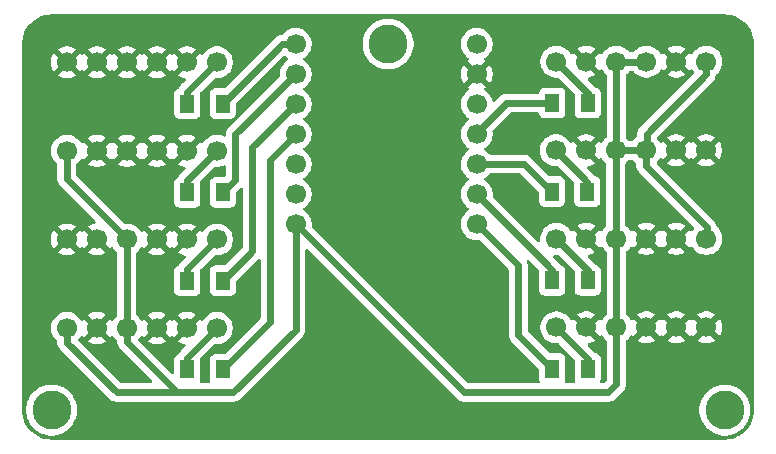
<source format=gbr>
%TF.GenerationSoftware,KiCad,Pcbnew,9.0.6-9.0.6~ubuntu22.04.1*%
%TF.CreationDate,2025-11-22T11:24:07-05:00*%
%TF.ProjectId,switchboard-mk4,73776974-6368-4626-9f61-72642d6d6b34,rev?*%
%TF.SameCoordinates,Original*%
%TF.FileFunction,Copper,L2,Bot*%
%TF.FilePolarity,Positive*%
%FSLAX46Y46*%
G04 Gerber Fmt 4.6, Leading zero omitted, Abs format (unit mm)*
G04 Created by KiCad (PCBNEW 9.0.6-9.0.6~ubuntu22.04.1) date 2025-11-22 11:24:07*
%MOMM*%
%LPD*%
G01*
G04 APERTURE LIST*
%TA.AperFunction,ComponentPad*%
%ADD10C,3.300000*%
%TD*%
%TA.AperFunction,ComponentPad*%
%ADD11C,1.700000*%
%TD*%
%TA.AperFunction,SMDPad,CuDef*%
%ADD12R,1.200000X1.600000*%
%TD*%
%TA.AperFunction,Conductor*%
%ADD13C,0.600000*%
%TD*%
G04 APERTURE END LIST*
D10*
%TO.P,REF\u002A\u002A,*%
%TO.N,*%
X228000000Y-92000000D03*
%TD*%
%TO.P,REF\u002A\u002A,*%
%TO.N,*%
X171000000Y-92000000D03*
%TD*%
%TO.P,REF\u002A\u002A,*%
%TO.N,*%
X199500000Y-61000000D03*
%TD*%
D11*
%TO.P,J4,1,Pin_1*%
%TO.N,Net-(J4-Pin_1)*%
X213740000Y-77500000D03*
%TO.P,J4,2,Pin_2*%
%TO.N,GND*%
X216280000Y-77500000D03*
%TO.P,J4,3,Pin_3*%
%TO.N,Pull up*%
X218820000Y-77500000D03*
%TO.P,J4,4,Pin_4*%
%TO.N,GND*%
X221360000Y-77500000D03*
%TO.P,J4,5,Pin_5*%
X223900000Y-77500000D03*
%TO.P,J4,6,Pin_6*%
%TO.N,Pull up*%
X226440000Y-77500000D03*
%TD*%
%TO.P,J8,1,Pin_1*%
%TO.N,Net-(J8-Pin_1)*%
X213740000Y-62500000D03*
%TO.P,J8,2,Pin_2*%
%TO.N,GND*%
X216280000Y-62500000D03*
%TO.P,J8,3,Pin_3*%
%TO.N,Pull up*%
X218820000Y-62500000D03*
%TO.P,J8,4,Pin_4*%
X221360000Y-62500000D03*
%TO.P,J8,5,Pin_5*%
%TO.N,GND*%
X223900000Y-62500000D03*
%TO.P,J8,6,Pin_6*%
%TO.N,Pull up*%
X226440000Y-62500000D03*
%TD*%
%TO.P,J1,1,Pin_1*%
%TO.N,Net-(J1-Pin_1)*%
X185000000Y-70050000D03*
%TO.P,J1,2,Pin_2*%
%TO.N,GND*%
X182460000Y-70050000D03*
%TO.P,J1,3,Pin_3*%
X179920000Y-70050000D03*
%TO.P,J1,4,Pin_4*%
X177380000Y-70050000D03*
%TO.P,J1,5,Pin_5*%
X174840000Y-70050000D03*
%TO.P,J1,6,Pin_6*%
%TO.N,Pull up*%
X172300000Y-70050000D03*
%TD*%
%TO.P,J3,1,Pin_1*%
%TO.N,Net-(J3-Pin_1)*%
X185000000Y-62550000D03*
%TO.P,J3,2,Pin_2*%
%TO.N,GND*%
X182460000Y-62550000D03*
%TO.P,J3,3,Pin_3*%
X179920000Y-62550000D03*
%TO.P,J3,4,Pin_4*%
X177380000Y-62550000D03*
%TO.P,J3,5,Pin_5*%
X174840000Y-62550000D03*
%TO.P,J3,6,Pin_6*%
X172300000Y-62550000D03*
%TD*%
%TO.P,J5,1,Pin_1*%
%TO.N,Net-(J5-Pin_1)*%
X213740000Y-85000000D03*
%TO.P,J5,2,Pin_2*%
%TO.N,GND*%
X216280000Y-85000000D03*
%TO.P,J5,3,Pin_3*%
%TO.N,Pull up*%
X218820000Y-85000000D03*
%TO.P,J5,4,Pin_4*%
%TO.N,GND*%
X221360000Y-85000000D03*
%TO.P,J5,5,Pin_5*%
X223900000Y-85000000D03*
%TO.P,J5,6,Pin_6*%
X226440000Y-85000000D03*
%TD*%
%TO.P,J2,1,Pin_1*%
%TO.N,Net-(J2-Pin_1)*%
X185000000Y-77550000D03*
%TO.P,J2,2,Pin_2*%
%TO.N,GND*%
X182460000Y-77550000D03*
%TO.P,J2,3,Pin_3*%
X179920000Y-77550000D03*
%TO.P,J2,4,Pin_4*%
%TO.N,Pull up*%
X177380000Y-77550000D03*
%TO.P,J2,5,Pin_5*%
%TO.N,GND*%
X174840000Y-77550000D03*
%TO.P,J2,6,Pin_6*%
X172300000Y-77550000D03*
%TD*%
%TO.P,J10,1,Pin_1*%
%TO.N,unconnected-(J10-Pin_1-Pad1)*%
X207000000Y-61000000D03*
%TO.P,J10,2,Pin_2*%
%TO.N,GND*%
X207000000Y-63540000D03*
%TO.P,J10,3,Pin_3*%
%TO.N,unconnected-(J10-Pin_3-Pad3)*%
X207000000Y-66080000D03*
%TO.P,J10,4,Pin_4*%
%TO.N,LED8*%
X207000000Y-68620000D03*
%TO.P,J10,5,Pin_5*%
%TO.N,LED7*%
X207000000Y-71160000D03*
%TO.P,J10,6,Pin_6*%
%TO.N,LED6*%
X207000000Y-73700000D03*
%TO.P,J10,7,Pin_7*%
%TO.N,LED5*%
X207000000Y-76240000D03*
%TD*%
%TO.P,J9,1,Pin_1*%
%TO.N,LED1*%
X191675000Y-61000000D03*
%TO.P,J9,2,Pin_2*%
%TO.N,LED2*%
X191675000Y-63540000D03*
%TO.P,J9,3,Pin_3*%
%TO.N,LED3*%
X191675000Y-66080000D03*
%TO.P,J9,4,Pin_4*%
%TO.N,LED4*%
X191675000Y-68620000D03*
%TO.P,J9,5,Pin_5*%
%TO.N,unconnected-(J9-Pin_5-Pad5)*%
X191675000Y-71160000D03*
%TO.P,J9,6,Pin_6*%
%TO.N,unconnected-(J9-Pin_6-Pad6)*%
X191675000Y-73700000D03*
%TO.P,J9,7,Pin_7*%
%TO.N,Pull up*%
X191675000Y-76240000D03*
%TD*%
%TO.P,J6,1,Pin_1*%
%TO.N,Net-(J6-Pin_1)*%
X185000000Y-85050000D03*
%TO.P,J6,2,Pin_2*%
%TO.N,GND*%
X182460000Y-85050000D03*
%TO.P,J6,3,Pin_3*%
X179920000Y-85050000D03*
%TO.P,J6,4,Pin_4*%
%TO.N,Pull up*%
X177380000Y-85050000D03*
%TO.P,J6,5,Pin_5*%
%TO.N,GND*%
X174840000Y-85050000D03*
%TO.P,J6,6,Pin_6*%
%TO.N,Pull up*%
X172300000Y-85050000D03*
%TD*%
%TO.P,J7,1,Pin_1*%
%TO.N,Net-(J7-Pin_1)*%
X213700000Y-70000000D03*
%TO.P,J7,2,Pin_2*%
%TO.N,GND*%
X216240000Y-70000000D03*
%TO.P,J7,3,Pin_3*%
%TO.N,Pull up*%
X218780000Y-70000000D03*
%TO.P,J7,4,Pin_4*%
X221320000Y-70000000D03*
%TO.P,J7,5,Pin_5*%
%TO.N,GND*%
X223860000Y-70000000D03*
%TO.P,J7,6,Pin_6*%
X226400000Y-70000000D03*
%TD*%
D12*
%TO.P,R12,1*%
%TO.N,Net-(J8-Pin_1)*%
X216400000Y-66000000D03*
%TO.P,R12,2*%
%TO.N,LED8*%
X213400000Y-66000000D03*
%TD*%
%TO.P,R1,1*%
%TO.N,Net-(J6-Pin_1)*%
X182500000Y-88550000D03*
%TO.P,R1,2*%
%TO.N,LED4*%
X185500000Y-88550000D03*
%TD*%
%TO.P,R9,1*%
%TO.N,Net-(J5-Pin_1)*%
X216400000Y-88500000D03*
%TO.P,R9,2*%
%TO.N,LED5*%
X213400000Y-88500000D03*
%TD*%
%TO.P,R2,1*%
%TO.N,Net-(J2-Pin_1)*%
X182500000Y-81050000D03*
%TO.P,R2,2*%
%TO.N,LED3*%
X185500000Y-81050000D03*
%TD*%
%TO.P,R7,1*%
%TO.N,Net-(J1-Pin_1)*%
X182500000Y-73550000D03*
%TO.P,R7,2*%
%TO.N,LED2*%
X185500000Y-73550000D03*
%TD*%
%TO.P,R11,1*%
%TO.N,Net-(J7-Pin_1)*%
X216360000Y-73500000D03*
%TO.P,R11,2*%
%TO.N,LED7*%
X213360000Y-73500000D03*
%TD*%
%TO.P,R10,1*%
%TO.N,Net-(J4-Pin_1)*%
X216400000Y-81000000D03*
%TO.P,R10,2*%
%TO.N,LED6*%
X213400000Y-81000000D03*
%TD*%
%TO.P,R8,1*%
%TO.N,Net-(J3-Pin_1)*%
X182500000Y-66050000D03*
%TO.P,R8,2*%
%TO.N,LED1*%
X185500000Y-66050000D03*
%TD*%
D13*
%TO.N,LED1*%
X190550000Y-61000000D02*
X185500000Y-66050000D01*
X191675000Y-61000000D02*
X190550000Y-61000000D01*
%TO.N,LED5*%
X210500000Y-79740000D02*
X210500000Y-85600000D01*
X207000000Y-76240000D02*
X210500000Y-79740000D01*
X210500000Y-85600000D02*
X213400000Y-88500000D01*
%TO.N,LED4*%
X189500000Y-84550000D02*
X185500000Y-88550000D01*
X191675000Y-68620000D02*
X189500000Y-70795000D01*
X189500000Y-70795000D02*
X189500000Y-84550000D01*
%TO.N,Pull up*%
X221320000Y-71320000D02*
X221320000Y-70000000D01*
X205935000Y-90500000D02*
X191675000Y-76240000D01*
X218820000Y-69960000D02*
X218780000Y-70000000D01*
X226440000Y-62500000D02*
X226440000Y-63560000D01*
X226500000Y-76500000D02*
X221320000Y-71320000D01*
X191675000Y-85177000D02*
X186352000Y-90500000D01*
X218780000Y-77460000D02*
X218820000Y-77500000D01*
X177380000Y-77550000D02*
X172300000Y-72470000D01*
X218820000Y-85000000D02*
X218820000Y-89820000D01*
X218780000Y-70000000D02*
X221320000Y-70000000D01*
X172300000Y-85050000D02*
X172300000Y-86300000D01*
X226440000Y-63560000D02*
X221400000Y-68600000D01*
X218780000Y-70000000D02*
X218780000Y-73500000D01*
X181627919Y-90500000D02*
X177380000Y-86252081D01*
X172300000Y-86300000D02*
X176500000Y-90500000D01*
X172300000Y-72470000D02*
X172300000Y-70050000D01*
X177380000Y-85050000D02*
X177380000Y-77550000D01*
X218820000Y-89820000D02*
X218140000Y-90500000D01*
X176500000Y-90500000D02*
X181627919Y-90500000D01*
X218820000Y-62500000D02*
X221360000Y-62500000D01*
X177380000Y-86252081D02*
X177380000Y-85050000D01*
X226500000Y-77440000D02*
X226500000Y-76500000D01*
X218820000Y-62500000D02*
X218820000Y-69960000D01*
X226440000Y-77500000D02*
X226500000Y-77440000D01*
X218780000Y-73500000D02*
X218780000Y-77460000D01*
X218820000Y-85000000D02*
X218820000Y-77500000D01*
X221400000Y-69920000D02*
X221320000Y-70000000D01*
X177380000Y-77550000D02*
X177380000Y-79870000D01*
X186352000Y-90500000D02*
X181627919Y-90500000D01*
X221400000Y-68600000D02*
X221400000Y-69920000D01*
X191675000Y-76240000D02*
X191675000Y-85177000D01*
X218140000Y-90500000D02*
X205935000Y-90500000D01*
%TO.N,LED7*%
X207000000Y-71160000D02*
X211020000Y-71160000D01*
X211020000Y-71160000D02*
X213360000Y-73500000D01*
%TO.N,LED3*%
X191580000Y-66080000D02*
X191500000Y-66000000D01*
X191675000Y-66080000D02*
X191580000Y-66080000D01*
X188000000Y-78550000D02*
X185500000Y-81050000D01*
X188000000Y-69755000D02*
X188000000Y-78550000D01*
X191675000Y-66080000D02*
X188000000Y-69755000D01*
%TO.N,LED2*%
X191675000Y-63540000D02*
X186551000Y-68664000D01*
X186551000Y-72499000D02*
X185500000Y-73550000D01*
X186551000Y-68664000D02*
X186551000Y-72499000D01*
%TO.N,LED6*%
X213400000Y-80100000D02*
X213400000Y-81000000D01*
X207000000Y-73700000D02*
X213400000Y-80100000D01*
%TO.N,LED8*%
X207000000Y-68500000D02*
X209500000Y-66000000D01*
X209500000Y-66000000D02*
X213400000Y-66000000D01*
X207000000Y-68620000D02*
X207000000Y-68500000D01*
%TO.N,Net-(J6-Pin_1)*%
X182500000Y-87550000D02*
X185000000Y-85050000D01*
X182500000Y-88550000D02*
X182500000Y-87550000D01*
%TO.N,Net-(J2-Pin_1)*%
X182500000Y-80050000D02*
X185000000Y-77550000D01*
X182500000Y-81050000D02*
X182500000Y-80050000D01*
%TO.N,Net-(J1-Pin_1)*%
X182500000Y-72550000D02*
X185000000Y-70050000D01*
X182500000Y-73550000D02*
X182500000Y-72550000D01*
%TO.N,Net-(J3-Pin_1)*%
X182500000Y-66050000D02*
X182500000Y-65050000D01*
X182500000Y-65050000D02*
X185000000Y-62550000D01*
%TO.N,Net-(J5-Pin_1)*%
X216400000Y-88500000D02*
X216400000Y-87660000D01*
X216400000Y-87660000D02*
X213740000Y-85000000D01*
%TO.N,Net-(J4-Pin_1)*%
X216400000Y-81000000D02*
X216400000Y-80160000D01*
X216400000Y-80160000D02*
X213740000Y-77500000D01*
%TO.N,Net-(J7-Pin_1)*%
X216360000Y-72660000D02*
X213700000Y-70000000D01*
X216360000Y-73500000D02*
X216360000Y-72660000D01*
%TO.N,Net-(J8-Pin_1)*%
X216400000Y-65160000D02*
X213740000Y-62500000D01*
X216400000Y-66000000D02*
X216400000Y-65160000D01*
%TD*%
%TA.AperFunction,Conductor*%
%TO.N,GND*%
G36*
X174374075Y-85242993D02*
G01*
X174439901Y-85357007D01*
X174532993Y-85450099D01*
X174647007Y-85515925D01*
X174710590Y-85532962D01*
X174078282Y-86165269D01*
X174078282Y-86165270D01*
X174132449Y-86204624D01*
X174321782Y-86301095D01*
X174523870Y-86366757D01*
X174733754Y-86400000D01*
X174946246Y-86400000D01*
X175156127Y-86366757D01*
X175156130Y-86366757D01*
X175358217Y-86301095D01*
X175547554Y-86204622D01*
X175601716Y-86165270D01*
X175601717Y-86165270D01*
X174969408Y-85532962D01*
X175032993Y-85515925D01*
X175147007Y-85450099D01*
X175240099Y-85357007D01*
X175305925Y-85242993D01*
X175322962Y-85179409D01*
X175955270Y-85811717D01*
X175955270Y-85811716D01*
X175994622Y-85757555D01*
X175999232Y-85748507D01*
X176047205Y-85697709D01*
X176115025Y-85680912D01*
X176181161Y-85703447D01*
X176220204Y-85748504D01*
X176224949Y-85757817D01*
X176349890Y-85929786D01*
X176349896Y-85929792D01*
X176500208Y-86080104D01*
X176528384Y-86100575D01*
X176571050Y-86155902D01*
X176579500Y-86200893D01*
X176579500Y-86330927D01*
X176610261Y-86485570D01*
X176610264Y-86485582D01*
X176670602Y-86631253D01*
X176670609Y-86631266D01*
X176758210Y-86762369D01*
X176758213Y-86762373D01*
X179483660Y-89487819D01*
X179517145Y-89549142D01*
X179512161Y-89618834D01*
X179470289Y-89674767D01*
X179404825Y-89699184D01*
X179395979Y-89699500D01*
X176882940Y-89699500D01*
X176815901Y-89679815D01*
X176795259Y-89663181D01*
X173283668Y-86151590D01*
X173250183Y-86090267D01*
X173255167Y-86020575D01*
X173283668Y-85976228D01*
X173330104Y-85929792D01*
X173330106Y-85929788D01*
X173330109Y-85929786D01*
X173415890Y-85811717D01*
X173455051Y-85757816D01*
X173459793Y-85748508D01*
X173507763Y-85697711D01*
X173575583Y-85680911D01*
X173641719Y-85703445D01*
X173680763Y-85748500D01*
X173685373Y-85757547D01*
X173724728Y-85811716D01*
X174357037Y-85179408D01*
X174374075Y-85242993D01*
G37*
%TD.AperFunction*%
%TA.AperFunction,Conductor*%
G36*
X181994075Y-70242993D02*
G01*
X182059901Y-70357007D01*
X182152993Y-70450099D01*
X182267007Y-70515925D01*
X182330590Y-70532962D01*
X181698282Y-71165269D01*
X181698282Y-71165270D01*
X181752449Y-71204624D01*
X181941782Y-71301095D01*
X182143870Y-71366757D01*
X182255108Y-71384376D01*
X182318243Y-71414305D01*
X182355174Y-71473617D01*
X182354176Y-71543479D01*
X182323391Y-71594530D01*
X182093257Y-71824665D01*
X181989711Y-71928211D01*
X181957422Y-71960500D01*
X181878209Y-72039712D01*
X181790609Y-72170814D01*
X181790601Y-72170829D01*
X181769226Y-72222433D01*
X181725385Y-72276836D01*
X181698002Y-72291160D01*
X181657665Y-72306205D01*
X181542455Y-72392452D01*
X181542452Y-72392455D01*
X181456206Y-72507664D01*
X181456202Y-72507671D01*
X181405908Y-72642517D01*
X181399501Y-72702116D01*
X181399500Y-72702135D01*
X181399500Y-74397870D01*
X181399501Y-74397876D01*
X181405908Y-74457483D01*
X181456202Y-74592328D01*
X181456206Y-74592335D01*
X181542452Y-74707544D01*
X181542455Y-74707547D01*
X181657664Y-74793793D01*
X181657671Y-74793797D01*
X181792517Y-74844091D01*
X181792516Y-74844091D01*
X181799444Y-74844835D01*
X181852127Y-74850500D01*
X183147872Y-74850499D01*
X183207483Y-74844091D01*
X183342331Y-74793796D01*
X183457546Y-74707546D01*
X183543796Y-74592331D01*
X183594091Y-74457483D01*
X183600500Y-74397873D01*
X183600499Y-72702128D01*
X183595138Y-72652261D01*
X183607544Y-72583506D01*
X183630744Y-72551332D01*
X184752235Y-71429841D01*
X184813556Y-71396358D01*
X184859311Y-71395051D01*
X184893713Y-71400500D01*
X184893714Y-71400500D01*
X185106286Y-71400500D01*
X185106287Y-71400500D01*
X185316243Y-71367246D01*
X185518412Y-71301557D01*
X185570205Y-71275166D01*
X185638874Y-71262271D01*
X185703614Y-71288547D01*
X185743872Y-71345653D01*
X185750500Y-71385652D01*
X185750500Y-72116058D01*
X185741855Y-72145498D01*
X185735332Y-72175485D01*
X185731577Y-72180500D01*
X185730815Y-72183097D01*
X185714181Y-72203739D01*
X185704739Y-72213181D01*
X185643416Y-72246666D01*
X185617058Y-72249500D01*
X184852129Y-72249500D01*
X184852123Y-72249501D01*
X184792516Y-72255908D01*
X184657671Y-72306202D01*
X184657664Y-72306206D01*
X184542455Y-72392452D01*
X184542452Y-72392455D01*
X184456206Y-72507664D01*
X184456202Y-72507671D01*
X184405908Y-72642517D01*
X184399501Y-72702116D01*
X184399500Y-72702135D01*
X184399500Y-74397870D01*
X184399501Y-74397876D01*
X184405908Y-74457483D01*
X184456202Y-74592328D01*
X184456206Y-74592335D01*
X184542452Y-74707544D01*
X184542455Y-74707547D01*
X184657664Y-74793793D01*
X184657671Y-74793797D01*
X184792517Y-74844091D01*
X184792516Y-74844091D01*
X184799444Y-74844835D01*
X184852127Y-74850500D01*
X186147872Y-74850499D01*
X186207483Y-74844091D01*
X186342331Y-74793796D01*
X186457546Y-74707546D01*
X186543796Y-74592331D01*
X186594091Y-74457483D01*
X186600500Y-74397873D01*
X186600499Y-73632939D01*
X186620183Y-73565901D01*
X186636818Y-73545259D01*
X186987819Y-73194259D01*
X187049142Y-73160774D01*
X187118834Y-73165758D01*
X187174767Y-73207630D01*
X187199184Y-73273094D01*
X187199500Y-73281940D01*
X187199500Y-78167059D01*
X187179815Y-78234098D01*
X187163181Y-78254740D01*
X185704739Y-79713181D01*
X185643416Y-79746666D01*
X185617058Y-79749500D01*
X184852129Y-79749500D01*
X184852123Y-79749501D01*
X184792516Y-79755908D01*
X184657671Y-79806202D01*
X184657664Y-79806206D01*
X184542455Y-79892452D01*
X184542452Y-79892455D01*
X184456206Y-80007664D01*
X184456202Y-80007671D01*
X184405908Y-80142517D01*
X184399501Y-80202116D01*
X184399500Y-80202135D01*
X184399500Y-81897870D01*
X184399501Y-81897876D01*
X184405908Y-81957483D01*
X184456202Y-82092328D01*
X184456206Y-82092335D01*
X184542452Y-82207544D01*
X184542455Y-82207547D01*
X184657664Y-82293793D01*
X184657671Y-82293797D01*
X184792517Y-82344091D01*
X184792516Y-82344091D01*
X184799444Y-82344835D01*
X184852127Y-82350500D01*
X186147872Y-82350499D01*
X186207483Y-82344091D01*
X186342331Y-82293796D01*
X186457546Y-82207546D01*
X186543796Y-82092331D01*
X186594091Y-81957483D01*
X186600500Y-81897873D01*
X186600499Y-81132938D01*
X186620183Y-81065900D01*
X186636813Y-81045263D01*
X188487819Y-79194259D01*
X188549142Y-79160774D01*
X188618834Y-79165758D01*
X188674767Y-79207630D01*
X188699184Y-79273094D01*
X188699500Y-79281940D01*
X188699500Y-84167059D01*
X188679815Y-84234098D01*
X188663181Y-84254740D01*
X185704739Y-87213181D01*
X185643416Y-87246666D01*
X185617058Y-87249500D01*
X184852129Y-87249500D01*
X184852123Y-87249501D01*
X184792516Y-87255908D01*
X184657671Y-87306202D01*
X184657664Y-87306206D01*
X184542455Y-87392452D01*
X184542452Y-87392455D01*
X184456206Y-87507664D01*
X184456202Y-87507671D01*
X184405908Y-87642517D01*
X184399501Y-87702116D01*
X184399500Y-87702135D01*
X184399500Y-89397870D01*
X184399501Y-89397876D01*
X184405908Y-89457483D01*
X184433764Y-89532167D01*
X184438748Y-89601859D01*
X184405263Y-89663182D01*
X184343939Y-89696666D01*
X184317582Y-89699500D01*
X183682418Y-89699500D01*
X183615379Y-89679815D01*
X183569624Y-89627011D01*
X183559680Y-89557853D01*
X183566236Y-89532167D01*
X183579543Y-89496487D01*
X183594091Y-89457483D01*
X183600500Y-89397873D01*
X183600499Y-87702128D01*
X183595138Y-87652261D01*
X183607544Y-87583506D01*
X183630744Y-87551332D01*
X184752235Y-86429841D01*
X184813556Y-86396358D01*
X184859311Y-86395051D01*
X184893713Y-86400500D01*
X184893714Y-86400500D01*
X185106286Y-86400500D01*
X185106287Y-86400500D01*
X185316243Y-86367246D01*
X185518412Y-86301557D01*
X185707816Y-86205051D01*
X185762572Y-86165269D01*
X185879786Y-86080109D01*
X185879788Y-86080106D01*
X185879792Y-86080104D01*
X186030104Y-85929792D01*
X186030106Y-85929788D01*
X186030109Y-85929786D01*
X186152217Y-85761717D01*
X186155051Y-85757816D01*
X186251557Y-85568412D01*
X186317246Y-85366243D01*
X186350500Y-85156287D01*
X186350500Y-84943713D01*
X186317246Y-84733757D01*
X186251557Y-84531588D01*
X186155051Y-84342184D01*
X186155049Y-84342181D01*
X186155048Y-84342179D01*
X186030109Y-84170213D01*
X185879786Y-84019890D01*
X185707820Y-83894951D01*
X185518414Y-83798444D01*
X185518413Y-83798443D01*
X185518412Y-83798443D01*
X185316243Y-83732754D01*
X185316241Y-83732753D01*
X185316240Y-83732753D01*
X185154957Y-83707208D01*
X185106287Y-83699500D01*
X184893713Y-83699500D01*
X184845042Y-83707208D01*
X184683760Y-83732753D01*
X184481585Y-83798444D01*
X184292179Y-83894951D01*
X184120213Y-84019890D01*
X183969890Y-84170213D01*
X183844949Y-84342182D01*
X183840202Y-84351499D01*
X183792227Y-84402293D01*
X183724405Y-84419087D01*
X183658271Y-84396548D01*
X183619234Y-84351495D01*
X183614626Y-84342452D01*
X183575270Y-84288282D01*
X183575269Y-84288282D01*
X182942962Y-84920590D01*
X182925925Y-84857007D01*
X182860099Y-84742993D01*
X182767007Y-84649901D01*
X182652993Y-84584075D01*
X182589409Y-84567037D01*
X183221716Y-83934728D01*
X183167550Y-83895375D01*
X182978217Y-83798904D01*
X182776129Y-83733242D01*
X182566246Y-83700000D01*
X182353754Y-83700000D01*
X182143872Y-83733242D01*
X182143869Y-83733242D01*
X181941782Y-83798904D01*
X181752439Y-83895380D01*
X181698282Y-83934727D01*
X181698282Y-83934728D01*
X182330591Y-84567037D01*
X182267007Y-84584075D01*
X182152993Y-84649901D01*
X182059901Y-84742993D01*
X181994075Y-84857007D01*
X181977037Y-84920591D01*
X181344728Y-84288282D01*
X181344727Y-84288282D01*
X181305380Y-84342440D01*
X181300483Y-84352051D01*
X181252506Y-84402845D01*
X181184684Y-84419638D01*
X181118550Y-84397098D01*
X181079516Y-84352048D01*
X181074626Y-84342452D01*
X181035270Y-84288282D01*
X181035269Y-84288282D01*
X180402962Y-84920590D01*
X180385925Y-84857007D01*
X180320099Y-84742993D01*
X180227007Y-84649901D01*
X180112993Y-84584075D01*
X180049409Y-84567037D01*
X180681716Y-83934728D01*
X180627550Y-83895375D01*
X180438217Y-83798904D01*
X180236129Y-83733242D01*
X180026246Y-83700000D01*
X179813754Y-83700000D01*
X179603872Y-83733242D01*
X179603869Y-83733242D01*
X179401782Y-83798904D01*
X179212439Y-83895380D01*
X179158282Y-83934727D01*
X179158282Y-83934728D01*
X179790591Y-84567037D01*
X179727007Y-84584075D01*
X179612993Y-84649901D01*
X179519901Y-84742993D01*
X179454075Y-84857007D01*
X179437037Y-84920591D01*
X178804728Y-84288282D01*
X178804727Y-84288282D01*
X178765380Y-84342440D01*
X178765376Y-84342446D01*
X178760760Y-84351505D01*
X178712781Y-84402297D01*
X178644959Y-84419087D01*
X178578826Y-84396543D01*
X178539794Y-84351493D01*
X178535051Y-84342184D01*
X178535049Y-84342181D01*
X178535048Y-84342179D01*
X178410109Y-84170213D01*
X178312023Y-84072127D01*
X178259792Y-84019896D01*
X178226547Y-83995742D01*
X178221874Y-83991566D01*
X178206613Y-83967002D01*
X178188949Y-83944094D01*
X178187461Y-83936174D01*
X178185003Y-83932217D01*
X178185132Y-83923770D01*
X178180500Y-83899106D01*
X178180500Y-78700893D01*
X178190078Y-78668271D01*
X178199172Y-78635456D01*
X178199964Y-78634603D01*
X178200185Y-78633854D01*
X178221874Y-78608432D01*
X178226538Y-78604263D01*
X178259792Y-78580104D01*
X178410104Y-78429792D01*
X178410106Y-78429788D01*
X178410109Y-78429786D01*
X178495890Y-78311717D01*
X178535051Y-78257816D01*
X178539793Y-78248508D01*
X178587763Y-78197711D01*
X178655583Y-78180911D01*
X178721719Y-78203445D01*
X178760763Y-78248500D01*
X178765373Y-78257547D01*
X178804728Y-78311716D01*
X179437037Y-77679408D01*
X179454075Y-77742993D01*
X179519901Y-77857007D01*
X179612993Y-77950099D01*
X179727007Y-78015925D01*
X179790590Y-78032962D01*
X179158282Y-78665269D01*
X179158282Y-78665270D01*
X179212449Y-78704624D01*
X179401782Y-78801095D01*
X179603870Y-78866757D01*
X179813754Y-78900000D01*
X180026246Y-78900000D01*
X180236127Y-78866757D01*
X180236130Y-78866757D01*
X180438217Y-78801095D01*
X180627554Y-78704622D01*
X180681716Y-78665270D01*
X180681717Y-78665270D01*
X180049408Y-78032962D01*
X180112993Y-78015925D01*
X180227007Y-77950099D01*
X180320099Y-77857007D01*
X180385925Y-77742993D01*
X180402962Y-77679408D01*
X181035270Y-78311717D01*
X181035270Y-78311716D01*
X181074622Y-78257554D01*
X181079514Y-78247954D01*
X181127488Y-78197157D01*
X181195308Y-78180361D01*
X181261444Y-78202897D01*
X181300486Y-78247954D01*
X181305375Y-78257550D01*
X181344728Y-78311716D01*
X181977037Y-77679408D01*
X181994075Y-77742993D01*
X182059901Y-77857007D01*
X182152993Y-77950099D01*
X182267007Y-78015925D01*
X182330590Y-78032962D01*
X181698282Y-78665269D01*
X181698282Y-78665270D01*
X181752449Y-78704624D01*
X181941782Y-78801095D01*
X182143870Y-78866757D01*
X182255108Y-78884376D01*
X182318243Y-78914305D01*
X182355174Y-78973617D01*
X182354176Y-79043479D01*
X182323391Y-79094530D01*
X182144828Y-79273094D01*
X181989711Y-79428211D01*
X181939711Y-79478211D01*
X181878209Y-79539712D01*
X181790609Y-79670814D01*
X181790601Y-79670829D01*
X181769226Y-79722433D01*
X181725385Y-79776836D01*
X181698002Y-79791160D01*
X181657665Y-79806205D01*
X181542455Y-79892452D01*
X181542452Y-79892455D01*
X181456206Y-80007664D01*
X181456202Y-80007671D01*
X181405908Y-80142517D01*
X181399501Y-80202116D01*
X181399500Y-80202135D01*
X181399500Y-81897870D01*
X181399501Y-81897876D01*
X181405908Y-81957483D01*
X181456202Y-82092328D01*
X181456206Y-82092335D01*
X181542452Y-82207544D01*
X181542455Y-82207547D01*
X181657664Y-82293793D01*
X181657671Y-82293797D01*
X181792517Y-82344091D01*
X181792516Y-82344091D01*
X181799444Y-82344835D01*
X181852127Y-82350500D01*
X183147872Y-82350499D01*
X183207483Y-82344091D01*
X183342331Y-82293796D01*
X183457546Y-82207546D01*
X183543796Y-82092331D01*
X183594091Y-81957483D01*
X183600500Y-81897873D01*
X183600499Y-80202128D01*
X183595138Y-80152261D01*
X183607544Y-80083506D01*
X183630744Y-80051332D01*
X184752235Y-78929841D01*
X184813556Y-78896358D01*
X184859311Y-78895051D01*
X184893713Y-78900500D01*
X184893714Y-78900500D01*
X185106286Y-78900500D01*
X185106287Y-78900500D01*
X185316243Y-78867246D01*
X185518412Y-78801557D01*
X185707816Y-78705051D01*
X185762572Y-78665269D01*
X185879786Y-78580109D01*
X185879788Y-78580106D01*
X185879792Y-78580104D01*
X186030104Y-78429792D01*
X186030106Y-78429788D01*
X186030109Y-78429786D01*
X186152217Y-78261717D01*
X186155051Y-78257816D01*
X186251557Y-78068412D01*
X186317246Y-77866243D01*
X186350500Y-77656287D01*
X186350500Y-77443713D01*
X186317246Y-77233757D01*
X186251557Y-77031588D01*
X186155051Y-76842184D01*
X186155049Y-76842181D01*
X186155048Y-76842179D01*
X186030109Y-76670213D01*
X185879786Y-76519890D01*
X185707820Y-76394951D01*
X185518414Y-76298444D01*
X185518413Y-76298443D01*
X185518412Y-76298443D01*
X185316243Y-76232754D01*
X185316241Y-76232753D01*
X185316240Y-76232753D01*
X185140684Y-76204948D01*
X185106287Y-76199500D01*
X184893713Y-76199500D01*
X184859316Y-76204948D01*
X184683760Y-76232753D01*
X184481585Y-76298444D01*
X184292179Y-76394951D01*
X184120213Y-76519890D01*
X183969890Y-76670213D01*
X183844949Y-76842182D01*
X183840202Y-76851499D01*
X183792227Y-76902293D01*
X183724405Y-76919087D01*
X183658271Y-76896548D01*
X183619234Y-76851495D01*
X183614626Y-76842452D01*
X183575270Y-76788282D01*
X183575269Y-76788282D01*
X182942962Y-77420590D01*
X182925925Y-77357007D01*
X182860099Y-77242993D01*
X182767007Y-77149901D01*
X182652993Y-77084075D01*
X182589409Y-77067037D01*
X183221716Y-76434728D01*
X183167550Y-76395375D01*
X182978217Y-76298904D01*
X182776129Y-76233242D01*
X182566246Y-76200000D01*
X182353754Y-76200000D01*
X182143872Y-76233242D01*
X182143869Y-76233242D01*
X181941782Y-76298904D01*
X181752439Y-76395380D01*
X181698282Y-76434727D01*
X181698282Y-76434728D01*
X182330591Y-77067037D01*
X182267007Y-77084075D01*
X182152993Y-77149901D01*
X182059901Y-77242993D01*
X181994075Y-77357007D01*
X181977037Y-77420591D01*
X181344728Y-76788282D01*
X181344727Y-76788282D01*
X181305380Y-76842440D01*
X181300483Y-76852051D01*
X181252506Y-76902845D01*
X181184684Y-76919638D01*
X181118550Y-76897098D01*
X181079516Y-76852048D01*
X181074626Y-76842452D01*
X181035270Y-76788282D01*
X181035269Y-76788282D01*
X180402962Y-77420590D01*
X180385925Y-77357007D01*
X180320099Y-77242993D01*
X180227007Y-77149901D01*
X180112993Y-77084075D01*
X180049409Y-77067037D01*
X180681716Y-76434728D01*
X180627550Y-76395375D01*
X180438217Y-76298904D01*
X180236129Y-76233242D01*
X180026246Y-76200000D01*
X179813754Y-76200000D01*
X179603872Y-76233242D01*
X179603869Y-76233242D01*
X179401782Y-76298904D01*
X179212439Y-76395380D01*
X179158282Y-76434727D01*
X179158282Y-76434728D01*
X179790591Y-77067037D01*
X179727007Y-77084075D01*
X179612993Y-77149901D01*
X179519901Y-77242993D01*
X179454075Y-77357007D01*
X179437037Y-77420591D01*
X178804728Y-76788282D01*
X178804727Y-76788282D01*
X178765380Y-76842440D01*
X178765376Y-76842446D01*
X178760760Y-76851505D01*
X178712781Y-76902297D01*
X178644959Y-76919087D01*
X178578826Y-76896543D01*
X178539794Y-76851493D01*
X178535051Y-76842184D01*
X178535049Y-76842181D01*
X178535048Y-76842179D01*
X178410109Y-76670213D01*
X178259786Y-76519890D01*
X178087820Y-76394951D01*
X177898414Y-76298444D01*
X177898413Y-76298443D01*
X177898412Y-76298443D01*
X177696243Y-76232754D01*
X177696241Y-76232753D01*
X177696240Y-76232753D01*
X177520684Y-76204948D01*
X177486287Y-76199500D01*
X177273713Y-76199500D01*
X177273711Y-76199500D01*
X177239310Y-76204948D01*
X177170016Y-76195992D01*
X177132233Y-76170155D01*
X173136819Y-72174741D01*
X173103334Y-72113418D01*
X173100500Y-72087060D01*
X173100500Y-71200893D01*
X173110078Y-71168271D01*
X173119172Y-71135456D01*
X173119964Y-71134603D01*
X173120185Y-71133854D01*
X173141874Y-71108432D01*
X173146538Y-71104263D01*
X173179792Y-71080104D01*
X173330104Y-70929792D01*
X173330106Y-70929788D01*
X173330109Y-70929786D01*
X173404666Y-70827166D01*
X173455051Y-70757816D01*
X173459793Y-70748508D01*
X173507763Y-70697711D01*
X173575583Y-70680911D01*
X173641719Y-70703445D01*
X173680763Y-70748500D01*
X173685373Y-70757547D01*
X173724728Y-70811716D01*
X174357037Y-70179408D01*
X174374075Y-70242993D01*
X174439901Y-70357007D01*
X174532993Y-70450099D01*
X174647007Y-70515925D01*
X174710590Y-70532962D01*
X174078282Y-71165269D01*
X174078282Y-71165270D01*
X174132449Y-71204624D01*
X174321782Y-71301095D01*
X174523870Y-71366757D01*
X174733754Y-71400000D01*
X174946246Y-71400000D01*
X175156127Y-71366757D01*
X175156130Y-71366757D01*
X175358217Y-71301095D01*
X175547554Y-71204622D01*
X175601716Y-71165270D01*
X175601717Y-71165270D01*
X174969408Y-70532962D01*
X175032993Y-70515925D01*
X175147007Y-70450099D01*
X175240099Y-70357007D01*
X175305925Y-70242993D01*
X175322962Y-70179409D01*
X175955270Y-70811717D01*
X175955270Y-70811716D01*
X175994622Y-70757554D01*
X175999514Y-70747954D01*
X176047488Y-70697157D01*
X176115308Y-70680361D01*
X176181444Y-70702897D01*
X176220486Y-70747954D01*
X176225375Y-70757550D01*
X176264728Y-70811716D01*
X176897037Y-70179408D01*
X176914075Y-70242993D01*
X176979901Y-70357007D01*
X177072993Y-70450099D01*
X177187007Y-70515925D01*
X177250590Y-70532962D01*
X176618282Y-71165269D01*
X176618282Y-71165270D01*
X176672449Y-71204624D01*
X176861782Y-71301095D01*
X177063870Y-71366757D01*
X177273754Y-71400000D01*
X177486246Y-71400000D01*
X177696127Y-71366757D01*
X177696130Y-71366757D01*
X177898217Y-71301095D01*
X178087554Y-71204622D01*
X178141716Y-71165270D01*
X178141717Y-71165270D01*
X177509408Y-70532962D01*
X177572993Y-70515925D01*
X177687007Y-70450099D01*
X177780099Y-70357007D01*
X177845925Y-70242993D01*
X177862962Y-70179408D01*
X178495270Y-70811717D01*
X178495270Y-70811716D01*
X178534622Y-70757554D01*
X178539514Y-70747954D01*
X178587488Y-70697157D01*
X178655308Y-70680361D01*
X178721444Y-70702897D01*
X178760486Y-70747954D01*
X178765375Y-70757550D01*
X178804728Y-70811716D01*
X179437037Y-70179408D01*
X179454075Y-70242993D01*
X179519901Y-70357007D01*
X179612993Y-70450099D01*
X179727007Y-70515925D01*
X179790590Y-70532962D01*
X179158282Y-71165269D01*
X179158282Y-71165270D01*
X179212449Y-71204624D01*
X179401782Y-71301095D01*
X179603870Y-71366757D01*
X179813754Y-71400000D01*
X180026246Y-71400000D01*
X180236127Y-71366757D01*
X180236130Y-71366757D01*
X180438217Y-71301095D01*
X180627554Y-71204622D01*
X180681716Y-71165270D01*
X180681717Y-71165270D01*
X180049408Y-70532962D01*
X180112993Y-70515925D01*
X180227007Y-70450099D01*
X180320099Y-70357007D01*
X180385925Y-70242993D01*
X180402962Y-70179408D01*
X181035270Y-70811717D01*
X181035270Y-70811716D01*
X181074622Y-70757554D01*
X181079514Y-70747954D01*
X181127488Y-70697157D01*
X181195308Y-70680361D01*
X181261444Y-70702897D01*
X181300486Y-70747954D01*
X181305375Y-70757550D01*
X181344728Y-70811716D01*
X181977037Y-70179408D01*
X181994075Y-70242993D01*
G37*
%TD.AperFunction*%
%TA.AperFunction,Conductor*%
G36*
X217395270Y-78261717D02*
G01*
X217395270Y-78261716D01*
X217434622Y-78207555D01*
X217439232Y-78198507D01*
X217487205Y-78147709D01*
X217555025Y-78130912D01*
X217621161Y-78153447D01*
X217660204Y-78198504D01*
X217664949Y-78207817D01*
X217789890Y-78379786D01*
X217789896Y-78379792D01*
X217940208Y-78530104D01*
X217968384Y-78550575D01*
X218011050Y-78605902D01*
X218019500Y-78650893D01*
X218019500Y-83849106D01*
X217999815Y-83916145D01*
X217968387Y-83949422D01*
X217940208Y-83969896D01*
X217940206Y-83969898D01*
X217940205Y-83969898D01*
X217789890Y-84120213D01*
X217664949Y-84292182D01*
X217660202Y-84301499D01*
X217612227Y-84352293D01*
X217544405Y-84369087D01*
X217478271Y-84346548D01*
X217439234Y-84301495D01*
X217434626Y-84292452D01*
X217395270Y-84238282D01*
X217395269Y-84238282D01*
X216762962Y-84870590D01*
X216745925Y-84807007D01*
X216680099Y-84692993D01*
X216587007Y-84599901D01*
X216472993Y-84534075D01*
X216409409Y-84517037D01*
X217041716Y-83884728D01*
X216987550Y-83845375D01*
X216798217Y-83748904D01*
X216596129Y-83683242D01*
X216386246Y-83650000D01*
X216173754Y-83650000D01*
X215963872Y-83683242D01*
X215963869Y-83683242D01*
X215761782Y-83748904D01*
X215572439Y-83845380D01*
X215518282Y-83884727D01*
X215518282Y-83884728D01*
X216150591Y-84517037D01*
X216087007Y-84534075D01*
X215972993Y-84599901D01*
X215879901Y-84692993D01*
X215814075Y-84807007D01*
X215797037Y-84870591D01*
X215164728Y-84238282D01*
X215164727Y-84238282D01*
X215125380Y-84292440D01*
X215125376Y-84292446D01*
X215120760Y-84301505D01*
X215072781Y-84352297D01*
X215004959Y-84369087D01*
X214938826Y-84346543D01*
X214899794Y-84301493D01*
X214895051Y-84292184D01*
X214895049Y-84292181D01*
X214895048Y-84292179D01*
X214770109Y-84120213D01*
X214619786Y-83969890D01*
X214447820Y-83844951D01*
X214258414Y-83748444D01*
X214258413Y-83748443D01*
X214258412Y-83748443D01*
X214056243Y-83682754D01*
X214056241Y-83682753D01*
X214056240Y-83682753D01*
X213894957Y-83657208D01*
X213846287Y-83649500D01*
X213633713Y-83649500D01*
X213585042Y-83657208D01*
X213423760Y-83682753D01*
X213221585Y-83748444D01*
X213032179Y-83844951D01*
X212860213Y-83969890D01*
X212709890Y-84120213D01*
X212584951Y-84292179D01*
X212488444Y-84481585D01*
X212422753Y-84683760D01*
X212389500Y-84893713D01*
X212389500Y-85106286D01*
X212422735Y-85316127D01*
X212422754Y-85316243D01*
X212453380Y-85410501D01*
X212488444Y-85518414D01*
X212584951Y-85707820D01*
X212709890Y-85879786D01*
X212860213Y-86030109D01*
X213032179Y-86155048D01*
X213032181Y-86155049D01*
X213032184Y-86155051D01*
X213221588Y-86251557D01*
X213423757Y-86317246D01*
X213633713Y-86350500D01*
X213633714Y-86350500D01*
X213846285Y-86350500D01*
X213846287Y-86350500D01*
X213880686Y-86345051D01*
X213949977Y-86354005D01*
X213987765Y-86379843D01*
X215263181Y-87655259D01*
X215296666Y-87716582D01*
X215299500Y-87742940D01*
X215299500Y-89347870D01*
X215299501Y-89347876D01*
X215305908Y-89407483D01*
X215352413Y-89532167D01*
X215357397Y-89601859D01*
X215323912Y-89663182D01*
X215262589Y-89696666D01*
X215236231Y-89699500D01*
X214563769Y-89699500D01*
X214496730Y-89679815D01*
X214450975Y-89627011D01*
X214441031Y-89557853D01*
X214447587Y-89532167D01*
X214475442Y-89457483D01*
X214494091Y-89407483D01*
X214500500Y-89347873D01*
X214500499Y-87652128D01*
X214494091Y-87592517D01*
X214443796Y-87457669D01*
X214443795Y-87457668D01*
X214443793Y-87457664D01*
X214357547Y-87342455D01*
X214357544Y-87342452D01*
X214242335Y-87256206D01*
X214242328Y-87256202D01*
X214107482Y-87205908D01*
X214107483Y-87205908D01*
X214047883Y-87199501D01*
X214047881Y-87199500D01*
X214047873Y-87199500D01*
X214047865Y-87199500D01*
X213282939Y-87199500D01*
X213215900Y-87179815D01*
X213195258Y-87163181D01*
X211336819Y-85304741D01*
X211303334Y-85243418D01*
X211300500Y-85217060D01*
X211300500Y-79661155D01*
X211300499Y-79661153D01*
X211286288Y-79589710D01*
X211269737Y-79506503D01*
X211237308Y-79428211D01*
X211222141Y-79391594D01*
X211214672Y-79322125D01*
X211245947Y-79259646D01*
X211306037Y-79223994D01*
X211375862Y-79226488D01*
X211424383Y-79256461D01*
X212263181Y-80095259D01*
X212296666Y-80156582D01*
X212299500Y-80182940D01*
X212299500Y-81847870D01*
X212299501Y-81847876D01*
X212305908Y-81907483D01*
X212356202Y-82042328D01*
X212356206Y-82042335D01*
X212442452Y-82157544D01*
X212442455Y-82157547D01*
X212557664Y-82243793D01*
X212557671Y-82243797D01*
X212692517Y-82294091D01*
X212692516Y-82294091D01*
X212699444Y-82294835D01*
X212752127Y-82300500D01*
X214047872Y-82300499D01*
X214107483Y-82294091D01*
X214242331Y-82243796D01*
X214357546Y-82157546D01*
X214443796Y-82042331D01*
X214494091Y-81907483D01*
X214500500Y-81847873D01*
X214500499Y-80152128D01*
X214494091Y-80092517D01*
X214486281Y-80071578D01*
X214443797Y-79957671D01*
X214443793Y-79957664D01*
X214357547Y-79842455D01*
X214357544Y-79842452D01*
X214242335Y-79756206D01*
X214242330Y-79756203D01*
X214134275Y-79715901D01*
X214078342Y-79674029D01*
X214074515Y-79668622D01*
X214021789Y-79589711D01*
X213910289Y-79478211D01*
X213486351Y-79054273D01*
X213452866Y-78992950D01*
X213457850Y-78923258D01*
X213499722Y-78867325D01*
X213565186Y-78842908D01*
X213593422Y-78844118D01*
X213633713Y-78850500D01*
X213633716Y-78850500D01*
X213846285Y-78850500D01*
X213846287Y-78850500D01*
X213880686Y-78845051D01*
X213949977Y-78854005D01*
X213987765Y-78879843D01*
X215263181Y-80155259D01*
X215296666Y-80216582D01*
X215299500Y-80242940D01*
X215299500Y-81847870D01*
X215299501Y-81847876D01*
X215305908Y-81907483D01*
X215356202Y-82042328D01*
X215356206Y-82042335D01*
X215442452Y-82157544D01*
X215442455Y-82157547D01*
X215557664Y-82243793D01*
X215557671Y-82243797D01*
X215692517Y-82294091D01*
X215692516Y-82294091D01*
X215699444Y-82294835D01*
X215752127Y-82300500D01*
X217047872Y-82300499D01*
X217107483Y-82294091D01*
X217242331Y-82243796D01*
X217357546Y-82157546D01*
X217443796Y-82042331D01*
X217494091Y-81907483D01*
X217500500Y-81847873D01*
X217500499Y-80152128D01*
X217494091Y-80092517D01*
X217486281Y-80071578D01*
X217443797Y-79957671D01*
X217443793Y-79957664D01*
X217357547Y-79842455D01*
X217357544Y-79842452D01*
X217242335Y-79756206D01*
X217242328Y-79756202D01*
X217107482Y-79705908D01*
X217099938Y-79704126D01*
X217100607Y-79701292D01*
X217048697Y-79679787D01*
X217037438Y-79669510D01*
X217029635Y-79661454D01*
X217021789Y-79649711D01*
X216910289Y-79538211D01*
X216416608Y-79044530D01*
X216383123Y-78983207D01*
X216388107Y-78913515D01*
X216429979Y-78857582D01*
X216484891Y-78834376D01*
X216596127Y-78816757D01*
X216596130Y-78816757D01*
X216798217Y-78751095D01*
X216987554Y-78654622D01*
X217041716Y-78615270D01*
X217041717Y-78615270D01*
X216409408Y-77982962D01*
X216472993Y-77965925D01*
X216587007Y-77900099D01*
X216680099Y-77807007D01*
X216745925Y-77692993D01*
X216762962Y-77629409D01*
X217395270Y-78261717D01*
G37*
%TD.AperFunction*%
%TA.AperFunction,Conductor*%
G36*
X217395270Y-85761717D02*
G01*
X217395270Y-85761716D01*
X217434622Y-85707555D01*
X217439232Y-85698507D01*
X217487205Y-85647709D01*
X217555025Y-85630912D01*
X217621161Y-85653447D01*
X217660204Y-85698504D01*
X217664949Y-85707817D01*
X217789890Y-85879786D01*
X217789896Y-85879792D01*
X217940208Y-86030104D01*
X217968384Y-86050575D01*
X218011050Y-86105902D01*
X218019500Y-86150893D01*
X218019500Y-89437060D01*
X218010855Y-89466500D01*
X218004332Y-89496487D01*
X218000577Y-89501502D01*
X217999815Y-89504099D01*
X217983181Y-89524741D01*
X217844741Y-89663181D01*
X217783418Y-89696666D01*
X217757060Y-89699500D01*
X217563769Y-89699500D01*
X217496730Y-89679815D01*
X217450975Y-89627011D01*
X217441031Y-89557853D01*
X217447587Y-89532167D01*
X217475442Y-89457483D01*
X217494091Y-89407483D01*
X217500500Y-89347873D01*
X217500499Y-87652128D01*
X217494091Y-87592517D01*
X217443796Y-87457669D01*
X217443795Y-87457668D01*
X217443793Y-87457664D01*
X217357547Y-87342455D01*
X217357544Y-87342452D01*
X217242335Y-87256206D01*
X217242328Y-87256202D01*
X217107482Y-87205908D01*
X217099938Y-87204126D01*
X217100607Y-87201292D01*
X217048697Y-87179787D01*
X217037438Y-87169510D01*
X217029635Y-87161454D01*
X217021789Y-87149711D01*
X216910289Y-87038211D01*
X216416608Y-86544530D01*
X216383123Y-86483207D01*
X216388107Y-86413515D01*
X216429979Y-86357582D01*
X216484891Y-86334376D01*
X216596127Y-86316757D01*
X216596130Y-86316757D01*
X216798217Y-86251095D01*
X216987554Y-86154622D01*
X217041716Y-86115270D01*
X217041717Y-86115270D01*
X216409408Y-85482962D01*
X216472993Y-85465925D01*
X216587007Y-85400099D01*
X216680099Y-85307007D01*
X216745925Y-85192993D01*
X216762962Y-85129409D01*
X217395270Y-85761717D01*
G37*
%TD.AperFunction*%
%TA.AperFunction,Conductor*%
G36*
X181994075Y-85242993D02*
G01*
X182059901Y-85357007D01*
X182152993Y-85450099D01*
X182267007Y-85515925D01*
X182330590Y-85532962D01*
X181698282Y-86165269D01*
X181698282Y-86165270D01*
X181752449Y-86204624D01*
X181941782Y-86301095D01*
X182143870Y-86366757D01*
X182255108Y-86384376D01*
X182318243Y-86414305D01*
X182355174Y-86473617D01*
X182354176Y-86543479D01*
X182323391Y-86594530D01*
X182155553Y-86762369D01*
X181989711Y-86928211D01*
X181933960Y-86983962D01*
X181878209Y-87039712D01*
X181790609Y-87170814D01*
X181790601Y-87170829D01*
X181769226Y-87222433D01*
X181725385Y-87276836D01*
X181698002Y-87291160D01*
X181657665Y-87306205D01*
X181542455Y-87392452D01*
X181542452Y-87392455D01*
X181456206Y-87507664D01*
X181456202Y-87507671D01*
X181405908Y-87642517D01*
X181399501Y-87702116D01*
X181399500Y-87702135D01*
X181399500Y-88840141D01*
X181379815Y-88907180D01*
X181327011Y-88952935D01*
X181257853Y-88962879D01*
X181194297Y-88933854D01*
X181187819Y-88927822D01*
X178387627Y-86127630D01*
X178354142Y-86066307D01*
X178359126Y-85996615D01*
X178387624Y-85952271D01*
X178410104Y-85929792D01*
X178535051Y-85757816D01*
X178539793Y-85748508D01*
X178587763Y-85697711D01*
X178655583Y-85680911D01*
X178721719Y-85703445D01*
X178760763Y-85748500D01*
X178765373Y-85757547D01*
X178804728Y-85811716D01*
X179437037Y-85179408D01*
X179454075Y-85242993D01*
X179519901Y-85357007D01*
X179612993Y-85450099D01*
X179727007Y-85515925D01*
X179790590Y-85532962D01*
X179158282Y-86165269D01*
X179158282Y-86165270D01*
X179212449Y-86204624D01*
X179401782Y-86301095D01*
X179603870Y-86366757D01*
X179813754Y-86400000D01*
X180026246Y-86400000D01*
X180236127Y-86366757D01*
X180236130Y-86366757D01*
X180438217Y-86301095D01*
X180627554Y-86204622D01*
X180681716Y-86165270D01*
X180681717Y-86165270D01*
X180049408Y-85532962D01*
X180112993Y-85515925D01*
X180227007Y-85450099D01*
X180320099Y-85357007D01*
X180385925Y-85242993D01*
X180402962Y-85179408D01*
X181035270Y-85811717D01*
X181035270Y-85811716D01*
X181074622Y-85757554D01*
X181079514Y-85747954D01*
X181127488Y-85697157D01*
X181195308Y-85680361D01*
X181261444Y-85702897D01*
X181300486Y-85747954D01*
X181305375Y-85757550D01*
X181344728Y-85811716D01*
X181977037Y-85179408D01*
X181994075Y-85242993D01*
G37*
%TD.AperFunction*%
%TA.AperFunction,Conductor*%
G36*
X220236145Y-70820185D02*
G01*
X220269422Y-70851612D01*
X220289896Y-70879792D01*
X220440208Y-71030104D01*
X220468384Y-71050575D01*
X220511050Y-71105902D01*
X220519500Y-71150893D01*
X220519500Y-71398846D01*
X220550261Y-71553489D01*
X220550264Y-71553501D01*
X220610602Y-71699172D01*
X220610609Y-71699185D01*
X220698210Y-71830288D01*
X220698213Y-71830292D01*
X225367930Y-76500008D01*
X225383787Y-76529049D01*
X225400549Y-76557622D01*
X225400468Y-76559597D01*
X225401415Y-76561331D01*
X225399054Y-76594344D01*
X225397707Y-76627434D01*
X225396524Y-76629721D01*
X225396431Y-76631023D01*
X225381751Y-76658916D01*
X225381123Y-76659810D01*
X225284949Y-76792184D01*
X225276241Y-76809273D01*
X225271221Y-76816428D01*
X225250461Y-76832986D01*
X225232227Y-76852293D01*
X225223571Y-76854436D01*
X225216600Y-76859997D01*
X225190180Y-76862704D01*
X225164405Y-76869087D01*
X225155965Y-76866210D01*
X225147095Y-76867120D01*
X225123406Y-76855114D01*
X225098271Y-76846548D01*
X225091824Y-76839108D01*
X225084772Y-76835534D01*
X225076480Y-76821398D01*
X225059234Y-76801495D01*
X225054626Y-76792452D01*
X225015270Y-76738282D01*
X224382962Y-77370590D01*
X224365925Y-77307007D01*
X224300099Y-77192993D01*
X224207007Y-77099901D01*
X224092993Y-77034075D01*
X224029409Y-77017037D01*
X224661716Y-76384728D01*
X224607550Y-76345375D01*
X224418217Y-76248904D01*
X224216129Y-76183242D01*
X224006246Y-76150000D01*
X223793754Y-76150000D01*
X223583872Y-76183242D01*
X223583869Y-76183242D01*
X223381782Y-76248904D01*
X223192439Y-76345380D01*
X223138282Y-76384727D01*
X223138282Y-76384728D01*
X223770591Y-77017037D01*
X223707007Y-77034075D01*
X223592993Y-77099901D01*
X223499901Y-77192993D01*
X223434075Y-77307007D01*
X223417037Y-77370591D01*
X222784728Y-76738282D01*
X222784727Y-76738282D01*
X222745380Y-76792440D01*
X222740483Y-76802051D01*
X222692506Y-76852845D01*
X222624684Y-76869638D01*
X222558550Y-76847098D01*
X222519516Y-76802048D01*
X222514626Y-76792452D01*
X222475270Y-76738282D01*
X221842962Y-77370590D01*
X221825925Y-77307007D01*
X221760099Y-77192993D01*
X221667007Y-77099901D01*
X221552993Y-77034075D01*
X221489409Y-77017037D01*
X222121716Y-76384728D01*
X222067550Y-76345375D01*
X221878217Y-76248904D01*
X221676129Y-76183242D01*
X221466246Y-76150000D01*
X221253754Y-76150000D01*
X221043872Y-76183242D01*
X221043869Y-76183242D01*
X220841782Y-76248904D01*
X220652439Y-76345380D01*
X220598282Y-76384727D01*
X220598282Y-76384728D01*
X221230591Y-77017037D01*
X221167007Y-77034075D01*
X221052993Y-77099901D01*
X220959901Y-77192993D01*
X220894075Y-77307007D01*
X220877037Y-77370591D01*
X220244728Y-76738282D01*
X220244727Y-76738282D01*
X220205380Y-76792440D01*
X220205376Y-76792446D01*
X220200760Y-76801505D01*
X220152781Y-76852297D01*
X220084959Y-76869087D01*
X220018826Y-76846543D01*
X219979794Y-76801493D01*
X219975051Y-76792184D01*
X219975049Y-76792181D01*
X219975048Y-76792179D01*
X219850109Y-76620213D01*
X219753285Y-76523389D01*
X219699792Y-76469896D01*
X219627998Y-76417734D01*
X219624561Y-76414836D01*
X219607657Y-76389293D01*
X219588948Y-76365030D01*
X219587897Y-76359433D01*
X219586002Y-76356570D01*
X219585897Y-76348786D01*
X219580500Y-76320043D01*
X219580500Y-71150893D01*
X219600185Y-71083854D01*
X219631614Y-71050576D01*
X219659792Y-71030104D01*
X219810104Y-70879792D01*
X219830577Y-70851613D01*
X219834908Y-70848273D01*
X219837181Y-70843297D01*
X219862280Y-70827166D01*
X219885906Y-70808949D01*
X219892577Y-70807696D01*
X219895959Y-70805523D01*
X219930894Y-70800500D01*
X220169106Y-70800500D01*
X220236145Y-70820185D01*
G37*
%TD.AperFunction*%
%TA.AperFunction,Conductor*%
G36*
X223434075Y-62692993D02*
G01*
X223499901Y-62807007D01*
X223592993Y-62900099D01*
X223707007Y-62965925D01*
X223770590Y-62982962D01*
X223138282Y-63615269D01*
X223138282Y-63615270D01*
X223192449Y-63654624D01*
X223381782Y-63751095D01*
X223583870Y-63816757D01*
X223793754Y-63850000D01*
X224006246Y-63850000D01*
X224216127Y-63816757D01*
X224216130Y-63816757D01*
X224418217Y-63751095D01*
X224607554Y-63654622D01*
X224661716Y-63615270D01*
X224661717Y-63615270D01*
X224029408Y-62982962D01*
X224092993Y-62965925D01*
X224207007Y-62900099D01*
X224300099Y-62807007D01*
X224365925Y-62692993D01*
X224382962Y-62629409D01*
X225015270Y-63261717D01*
X225015270Y-63261716D01*
X225054622Y-63207555D01*
X225059232Y-63198507D01*
X225061841Y-63195743D01*
X225062763Y-63192057D01*
X225085638Y-63170545D01*
X225107205Y-63147709D01*
X225110894Y-63146795D01*
X225113663Y-63144192D01*
X225144541Y-63138461D01*
X225175025Y-63130912D01*
X225178621Y-63132137D01*
X225182359Y-63131444D01*
X225211435Y-63143318D01*
X225241161Y-63153447D01*
X225244547Y-63156840D01*
X225247043Y-63157860D01*
X225253670Y-63165983D01*
X225271221Y-63183571D01*
X225276239Y-63190722D01*
X225284949Y-63207816D01*
X225381144Y-63340218D01*
X225381751Y-63341083D01*
X225392626Y-63373224D01*
X225404047Y-63405231D01*
X225403806Y-63406264D01*
X225404146Y-63407267D01*
X225395911Y-63440213D01*
X225388221Y-63473285D01*
X225387364Y-63474412D01*
X225387205Y-63475051D01*
X225386063Y-63476124D01*
X225367930Y-63499991D01*
X223104165Y-65763757D01*
X220889711Y-67978211D01*
X220833960Y-68033962D01*
X220778209Y-68089712D01*
X220690609Y-68220814D01*
X220690602Y-68220827D01*
X220630264Y-68366498D01*
X220630261Y-68366510D01*
X220599500Y-68521153D01*
X220599500Y-68790982D01*
X220579815Y-68858021D01*
X220548385Y-68891300D01*
X220440214Y-68969890D01*
X220440209Y-68969894D01*
X220289898Y-69120205D01*
X220289898Y-69120206D01*
X220289896Y-69120208D01*
X220269422Y-69148386D01*
X220265091Y-69151726D01*
X220262819Y-69156703D01*
X220237719Y-69172833D01*
X220214094Y-69191051D01*
X220207422Y-69192303D01*
X220204041Y-69194477D01*
X220169106Y-69199500D01*
X219930894Y-69199500D01*
X219863855Y-69179815D01*
X219830577Y-69148387D01*
X219810104Y-69120208D01*
X219659792Y-68969896D01*
X219659791Y-68969895D01*
X219656819Y-68966923D01*
X219623334Y-68905600D01*
X219620500Y-68879242D01*
X219620500Y-63650893D01*
X219640185Y-63583854D01*
X219671614Y-63550576D01*
X219699792Y-63530104D01*
X219850104Y-63379792D01*
X219870577Y-63351613D01*
X219874908Y-63348273D01*
X219877181Y-63343297D01*
X219902280Y-63327166D01*
X219925906Y-63308949D01*
X219932577Y-63307696D01*
X219935959Y-63305523D01*
X219970894Y-63300500D01*
X220209106Y-63300500D01*
X220276145Y-63320185D01*
X220309422Y-63351612D01*
X220329896Y-63379792D01*
X220329898Y-63379794D01*
X220480213Y-63530109D01*
X220652179Y-63655048D01*
X220652181Y-63655049D01*
X220652184Y-63655051D01*
X220841588Y-63751557D01*
X221043757Y-63817246D01*
X221253713Y-63850500D01*
X221253714Y-63850500D01*
X221466286Y-63850500D01*
X221466287Y-63850500D01*
X221676243Y-63817246D01*
X221878412Y-63751557D01*
X222067816Y-63655051D01*
X222090125Y-63638843D01*
X222239786Y-63530109D01*
X222239788Y-63530106D01*
X222239792Y-63530104D01*
X222390104Y-63379792D01*
X222390106Y-63379788D01*
X222390109Y-63379786D01*
X222475890Y-63261717D01*
X222515051Y-63207816D01*
X222519793Y-63198508D01*
X222567763Y-63147711D01*
X222635583Y-63130911D01*
X222701719Y-63153445D01*
X222740763Y-63198500D01*
X222745373Y-63207547D01*
X222784728Y-63261716D01*
X223417037Y-62629408D01*
X223434075Y-62692993D01*
G37*
%TD.AperFunction*%
%TA.AperFunction,Conductor*%
G36*
X228003736Y-58500726D02*
G01*
X228293796Y-58518271D01*
X228308659Y-58520076D01*
X228590798Y-58571780D01*
X228605335Y-58575363D01*
X228879172Y-58660695D01*
X228893163Y-58666000D01*
X229154743Y-58783727D01*
X229167989Y-58790680D01*
X229413465Y-58939075D01*
X229425776Y-58947573D01*
X229578386Y-59067135D01*
X229651573Y-59124473D01*
X229662781Y-59134403D01*
X229865596Y-59337218D01*
X229875526Y-59348426D01*
X229995481Y-59501538D01*
X230052422Y-59574217D01*
X230060926Y-59586537D01*
X230119091Y-59682753D01*
X230209316Y-59832004D01*
X230216275Y-59845263D01*
X230333997Y-60106831D01*
X230339306Y-60120832D01*
X230424635Y-60394663D01*
X230428219Y-60409201D01*
X230479923Y-60691340D01*
X230481728Y-60706205D01*
X230499274Y-60996263D01*
X230499500Y-61003750D01*
X230499500Y-91996249D01*
X230499274Y-92003736D01*
X230481728Y-92293794D01*
X230479923Y-92308659D01*
X230428219Y-92590798D01*
X230424635Y-92605336D01*
X230339306Y-92879167D01*
X230333997Y-92893168D01*
X230216275Y-93154736D01*
X230209316Y-93167995D01*
X230060928Y-93413459D01*
X230052422Y-93425782D01*
X229875526Y-93651573D01*
X229865596Y-93662781D01*
X229662781Y-93865596D01*
X229651573Y-93875526D01*
X229425782Y-94052422D01*
X229413459Y-94060928D01*
X229167995Y-94209316D01*
X229154736Y-94216275D01*
X228893168Y-94333997D01*
X228879167Y-94339306D01*
X228605336Y-94424635D01*
X228590798Y-94428219D01*
X228308659Y-94479923D01*
X228293794Y-94481728D01*
X228003736Y-94499274D01*
X227996249Y-94499500D01*
X171003751Y-94499500D01*
X170996264Y-94499274D01*
X170706205Y-94481728D01*
X170691340Y-94479923D01*
X170409201Y-94428219D01*
X170394663Y-94424635D01*
X170120832Y-94339306D01*
X170106831Y-94333997D01*
X169845263Y-94216275D01*
X169832004Y-94209316D01*
X169586540Y-94060928D01*
X169574217Y-94052422D01*
X169348426Y-93875526D01*
X169337218Y-93865596D01*
X169134403Y-93662781D01*
X169124473Y-93651573D01*
X169099968Y-93620295D01*
X168947573Y-93425776D01*
X168939075Y-93413465D01*
X168790680Y-93167989D01*
X168783727Y-93154743D01*
X168666000Y-92893163D01*
X168660693Y-92879167D01*
X168575364Y-92605336D01*
X168571780Y-92590798D01*
X168540561Y-92420442D01*
X168520075Y-92308657D01*
X168518271Y-92293794D01*
X168500726Y-92003736D01*
X168500500Y-91996249D01*
X168500500Y-91859041D01*
X168849500Y-91859041D01*
X168849500Y-92140958D01*
X168886295Y-92420439D01*
X168959259Y-92692743D01*
X169067135Y-92953179D01*
X169067140Y-92953190D01*
X169198497Y-93180705D01*
X169208088Y-93197317D01*
X169378866Y-93419878D01*
X169379704Y-93420970D01*
X169579029Y-93620295D01*
X169579033Y-93620298D01*
X169579035Y-93620300D01*
X169802683Y-93791912D01*
X169802690Y-93791916D01*
X170046809Y-93932859D01*
X170046814Y-93932861D01*
X170046817Y-93932863D01*
X170307261Y-94040742D01*
X170579558Y-94113704D01*
X170859049Y-94150500D01*
X170859056Y-94150500D01*
X171140944Y-94150500D01*
X171140951Y-94150500D01*
X171420442Y-94113704D01*
X171692739Y-94040742D01*
X171953183Y-93932863D01*
X172197317Y-93791912D01*
X172420965Y-93620300D01*
X172620300Y-93420965D01*
X172791912Y-93197317D01*
X172932863Y-92953183D01*
X173040742Y-92692739D01*
X173113704Y-92420442D01*
X173150500Y-92140951D01*
X173150500Y-91859049D01*
X173150499Y-91859041D01*
X225849500Y-91859041D01*
X225849500Y-92140958D01*
X225886295Y-92420439D01*
X225959259Y-92692743D01*
X226067135Y-92953179D01*
X226067140Y-92953190D01*
X226198497Y-93180705D01*
X226208088Y-93197317D01*
X226378866Y-93419878D01*
X226379704Y-93420970D01*
X226579029Y-93620295D01*
X226579033Y-93620298D01*
X226579035Y-93620300D01*
X226802683Y-93791912D01*
X226802690Y-93791916D01*
X227046809Y-93932859D01*
X227046814Y-93932861D01*
X227046817Y-93932863D01*
X227307261Y-94040742D01*
X227579558Y-94113704D01*
X227859049Y-94150500D01*
X227859056Y-94150500D01*
X228140944Y-94150500D01*
X228140951Y-94150500D01*
X228420442Y-94113704D01*
X228692739Y-94040742D01*
X228953183Y-93932863D01*
X229197317Y-93791912D01*
X229420965Y-93620300D01*
X229620300Y-93420965D01*
X229791912Y-93197317D01*
X229932863Y-92953183D01*
X230040742Y-92692739D01*
X230113704Y-92420442D01*
X230150500Y-92140951D01*
X230150500Y-91859049D01*
X230113704Y-91579558D01*
X230040742Y-91307261D01*
X229932863Y-91046817D01*
X229932861Y-91046814D01*
X229932859Y-91046809D01*
X229791916Y-90802690D01*
X229791912Y-90802683D01*
X229620300Y-90579035D01*
X229620298Y-90579033D01*
X229620295Y-90579029D01*
X229420970Y-90379704D01*
X229356574Y-90330291D01*
X229197317Y-90208088D01*
X229197311Y-90208084D01*
X229197309Y-90208083D01*
X228953190Y-90067140D01*
X228953179Y-90067135D01*
X228692743Y-89959259D01*
X228420439Y-89886295D01*
X228140958Y-89849500D01*
X228140951Y-89849500D01*
X227859049Y-89849500D01*
X227859041Y-89849500D01*
X227579560Y-89886295D01*
X227307256Y-89959259D01*
X227046820Y-90067135D01*
X227046809Y-90067140D01*
X226802690Y-90208083D01*
X226802682Y-90208089D01*
X226579029Y-90379704D01*
X226379704Y-90579029D01*
X226208089Y-90802682D01*
X226208083Y-90802690D01*
X226067140Y-91046809D01*
X226067135Y-91046820D01*
X225959259Y-91307256D01*
X225886295Y-91579560D01*
X225849500Y-91859041D01*
X173150499Y-91859041D01*
X173113704Y-91579558D01*
X173040742Y-91307261D01*
X172932863Y-91046817D01*
X172932861Y-91046814D01*
X172932859Y-91046809D01*
X172791916Y-90802690D01*
X172791912Y-90802683D01*
X172620300Y-90579035D01*
X172620298Y-90579033D01*
X172620295Y-90579029D01*
X172420970Y-90379704D01*
X172356574Y-90330291D01*
X172197317Y-90208088D01*
X172197311Y-90208084D01*
X172197309Y-90208083D01*
X171953190Y-90067140D01*
X171953179Y-90067135D01*
X171692743Y-89959259D01*
X171420439Y-89886295D01*
X171140958Y-89849500D01*
X171140951Y-89849500D01*
X170859049Y-89849500D01*
X170859041Y-89849500D01*
X170579560Y-89886295D01*
X170307256Y-89959259D01*
X170046820Y-90067135D01*
X170046809Y-90067140D01*
X169802690Y-90208083D01*
X169802682Y-90208089D01*
X169579029Y-90379704D01*
X169379704Y-90579029D01*
X169208089Y-90802682D01*
X169208083Y-90802690D01*
X169067140Y-91046809D01*
X169067135Y-91046820D01*
X168959259Y-91307256D01*
X168886295Y-91579560D01*
X168849500Y-91859041D01*
X168500500Y-91859041D01*
X168500500Y-69943713D01*
X170949500Y-69943713D01*
X170949500Y-70156286D01*
X170974834Y-70316243D01*
X170982754Y-70366243D01*
X171026214Y-70500000D01*
X171048444Y-70568414D01*
X171144951Y-70757820D01*
X171269890Y-70929786D01*
X171269896Y-70929792D01*
X171420208Y-71080104D01*
X171448384Y-71100575D01*
X171491050Y-71155902D01*
X171499500Y-71200893D01*
X171499500Y-72548846D01*
X171530261Y-72703489D01*
X171530264Y-72703501D01*
X171590602Y-72849172D01*
X171590609Y-72849185D01*
X171678210Y-72980288D01*
X171678213Y-72980292D01*
X174703391Y-76005469D01*
X174736876Y-76066792D01*
X174731892Y-76136484D01*
X174690020Y-76192417D01*
X174635109Y-76215623D01*
X174523870Y-76233242D01*
X174523869Y-76233242D01*
X174321782Y-76298904D01*
X174132439Y-76395380D01*
X174078282Y-76434727D01*
X174078282Y-76434728D01*
X174710591Y-77067037D01*
X174647007Y-77084075D01*
X174532993Y-77149901D01*
X174439901Y-77242993D01*
X174374075Y-77357007D01*
X174357037Y-77420591D01*
X173724728Y-76788282D01*
X173724727Y-76788282D01*
X173685380Y-76842440D01*
X173680483Y-76852051D01*
X173632506Y-76902845D01*
X173564684Y-76919638D01*
X173498550Y-76897098D01*
X173459516Y-76852048D01*
X173454626Y-76842452D01*
X173415270Y-76788282D01*
X173415269Y-76788282D01*
X172782962Y-77420590D01*
X172765925Y-77357007D01*
X172700099Y-77242993D01*
X172607007Y-77149901D01*
X172492993Y-77084075D01*
X172429409Y-77067037D01*
X173061716Y-76434728D01*
X173007550Y-76395375D01*
X172818217Y-76298904D01*
X172616129Y-76233242D01*
X172406246Y-76200000D01*
X172193754Y-76200000D01*
X171983872Y-76233242D01*
X171983869Y-76233242D01*
X171781782Y-76298904D01*
X171592439Y-76395380D01*
X171538282Y-76434727D01*
X171538282Y-76434728D01*
X172170591Y-77067037D01*
X172107007Y-77084075D01*
X171992993Y-77149901D01*
X171899901Y-77242993D01*
X171834075Y-77357007D01*
X171817037Y-77420591D01*
X171184728Y-76788282D01*
X171184727Y-76788282D01*
X171145380Y-76842439D01*
X171048904Y-77031782D01*
X170983242Y-77233869D01*
X170983242Y-77233872D01*
X170950000Y-77443753D01*
X170950000Y-77656246D01*
X170983242Y-77866127D01*
X170983242Y-77866130D01*
X171048904Y-78068217D01*
X171145375Y-78257550D01*
X171184728Y-78311716D01*
X171817037Y-77679408D01*
X171834075Y-77742993D01*
X171899901Y-77857007D01*
X171992993Y-77950099D01*
X172107007Y-78015925D01*
X172170590Y-78032962D01*
X171538282Y-78665269D01*
X171538282Y-78665270D01*
X171592449Y-78704624D01*
X171781782Y-78801095D01*
X171983870Y-78866757D01*
X172193754Y-78900000D01*
X172406246Y-78900000D01*
X172616127Y-78866757D01*
X172616130Y-78866757D01*
X172818217Y-78801095D01*
X173007554Y-78704622D01*
X173061716Y-78665270D01*
X173061717Y-78665270D01*
X172429408Y-78032962D01*
X172492993Y-78015925D01*
X172607007Y-77950099D01*
X172700099Y-77857007D01*
X172765925Y-77742993D01*
X172782962Y-77679408D01*
X173415270Y-78311717D01*
X173415270Y-78311716D01*
X173454622Y-78257554D01*
X173459514Y-78247954D01*
X173507488Y-78197157D01*
X173575308Y-78180361D01*
X173641444Y-78202897D01*
X173680486Y-78247954D01*
X173685375Y-78257550D01*
X173724728Y-78311716D01*
X174357037Y-77679408D01*
X174374075Y-77742993D01*
X174439901Y-77857007D01*
X174532993Y-77950099D01*
X174647007Y-78015925D01*
X174710590Y-78032962D01*
X174078282Y-78665269D01*
X174078282Y-78665270D01*
X174132449Y-78704624D01*
X174321782Y-78801095D01*
X174523870Y-78866757D01*
X174733754Y-78900000D01*
X174946246Y-78900000D01*
X175156127Y-78866757D01*
X175156130Y-78866757D01*
X175358217Y-78801095D01*
X175547554Y-78704622D01*
X175601716Y-78665270D01*
X175601717Y-78665270D01*
X174969408Y-78032962D01*
X175032993Y-78015925D01*
X175147007Y-77950099D01*
X175240099Y-77857007D01*
X175305925Y-77742993D01*
X175322962Y-77679408D01*
X175955270Y-78311717D01*
X175955270Y-78311716D01*
X175994622Y-78257555D01*
X175999232Y-78248507D01*
X176047205Y-78197709D01*
X176115025Y-78180912D01*
X176181161Y-78203447D01*
X176220204Y-78248504D01*
X176224949Y-78257817D01*
X176349890Y-78429786D01*
X176349896Y-78429792D01*
X176500208Y-78580104D01*
X176528384Y-78600575D01*
X176571050Y-78655902D01*
X176579500Y-78700893D01*
X176579500Y-83899106D01*
X176559815Y-83966145D01*
X176528387Y-83999422D01*
X176500208Y-84019896D01*
X176500206Y-84019898D01*
X176500205Y-84019898D01*
X176349890Y-84170213D01*
X176224949Y-84342182D01*
X176220202Y-84351499D01*
X176172227Y-84402293D01*
X176104405Y-84419087D01*
X176038271Y-84396548D01*
X175999234Y-84351495D01*
X175994626Y-84342452D01*
X175955270Y-84288282D01*
X175955269Y-84288282D01*
X175322962Y-84920590D01*
X175305925Y-84857007D01*
X175240099Y-84742993D01*
X175147007Y-84649901D01*
X175032993Y-84584075D01*
X174969409Y-84567037D01*
X175601716Y-83934728D01*
X175547550Y-83895375D01*
X175358217Y-83798904D01*
X175156129Y-83733242D01*
X174946246Y-83700000D01*
X174733754Y-83700000D01*
X174523872Y-83733242D01*
X174523869Y-83733242D01*
X174321782Y-83798904D01*
X174132439Y-83895380D01*
X174078282Y-83934727D01*
X174078282Y-83934728D01*
X174710591Y-84567037D01*
X174647007Y-84584075D01*
X174532993Y-84649901D01*
X174439901Y-84742993D01*
X174374075Y-84857007D01*
X174357037Y-84920591D01*
X173724728Y-84288282D01*
X173724727Y-84288282D01*
X173685380Y-84342440D01*
X173685376Y-84342446D01*
X173680760Y-84351505D01*
X173632781Y-84402297D01*
X173564959Y-84419087D01*
X173498826Y-84396543D01*
X173459794Y-84351493D01*
X173455051Y-84342184D01*
X173455049Y-84342181D01*
X173455048Y-84342179D01*
X173330109Y-84170213D01*
X173179786Y-84019890D01*
X173007820Y-83894951D01*
X172818414Y-83798444D01*
X172818413Y-83798443D01*
X172818412Y-83798443D01*
X172616243Y-83732754D01*
X172616241Y-83732753D01*
X172616240Y-83732753D01*
X172454957Y-83707208D01*
X172406287Y-83699500D01*
X172193713Y-83699500D01*
X172145042Y-83707208D01*
X171983760Y-83732753D01*
X171781585Y-83798444D01*
X171592179Y-83894951D01*
X171420213Y-84019890D01*
X171269890Y-84170213D01*
X171144951Y-84342179D01*
X171048444Y-84531585D01*
X170982753Y-84733760D01*
X170949500Y-84943713D01*
X170949500Y-85156286D01*
X170974834Y-85316243D01*
X170982754Y-85366243D01*
X171044470Y-85556185D01*
X171048444Y-85568414D01*
X171144951Y-85757820D01*
X171269890Y-85929786D01*
X171269896Y-85929792D01*
X171420208Y-86080104D01*
X171448384Y-86100575D01*
X171491050Y-86155902D01*
X171499500Y-86200893D01*
X171499500Y-86378846D01*
X171530261Y-86533489D01*
X171530264Y-86533501D01*
X171590602Y-86679172D01*
X171590609Y-86679185D01*
X171678210Y-86810288D01*
X171678213Y-86810292D01*
X175878211Y-91010289D01*
X175989708Y-91121786D01*
X175989712Y-91121790D01*
X176120814Y-91209390D01*
X176120827Y-91209397D01*
X176223824Y-91252059D01*
X176266503Y-91269737D01*
X176421153Y-91300499D01*
X176421156Y-91300500D01*
X176421158Y-91300500D01*
X186430844Y-91300500D01*
X186430845Y-91300499D01*
X186585497Y-91269737D01*
X186731179Y-91209394D01*
X186862289Y-91121789D01*
X192296789Y-85687289D01*
X192384394Y-85556179D01*
X192444737Y-85410497D01*
X192475500Y-85255842D01*
X192475500Y-85098157D01*
X192475500Y-78471940D01*
X192495185Y-78404901D01*
X192547989Y-78359146D01*
X192617147Y-78349202D01*
X192680703Y-78378227D01*
X192687181Y-78384259D01*
X205313211Y-91010289D01*
X205424711Y-91121789D01*
X205555821Y-91209394D01*
X205658833Y-91252062D01*
X205701502Y-91269737D01*
X205856152Y-91300499D01*
X205856155Y-91300500D01*
X205856157Y-91300500D01*
X218218844Y-91300500D01*
X218218845Y-91300499D01*
X218373497Y-91269737D01*
X218519179Y-91209394D01*
X218650289Y-91121789D01*
X219441789Y-90330289D01*
X219484410Y-90266502D01*
X219529394Y-90199179D01*
X219589737Y-90053497D01*
X219603445Y-89984584D01*
X219620500Y-89898845D01*
X219620500Y-86150893D01*
X219630078Y-86118271D01*
X219639172Y-86085456D01*
X219639964Y-86084603D01*
X219640185Y-86083854D01*
X219661874Y-86058432D01*
X219666538Y-86054263D01*
X219699792Y-86030104D01*
X219850104Y-85879792D01*
X219850106Y-85879788D01*
X219850109Y-85879786D01*
X219935890Y-85761717D01*
X219975051Y-85707816D01*
X219979793Y-85698508D01*
X220027763Y-85647711D01*
X220095583Y-85630911D01*
X220161719Y-85653445D01*
X220200763Y-85698500D01*
X220205373Y-85707547D01*
X220244728Y-85761716D01*
X220877037Y-85129408D01*
X220894075Y-85192993D01*
X220959901Y-85307007D01*
X221052993Y-85400099D01*
X221167007Y-85465925D01*
X221230590Y-85482962D01*
X220598282Y-86115269D01*
X220598282Y-86115270D01*
X220652449Y-86154624D01*
X220841782Y-86251095D01*
X221043870Y-86316757D01*
X221253754Y-86350000D01*
X221466246Y-86350000D01*
X221676127Y-86316757D01*
X221676130Y-86316757D01*
X221878217Y-86251095D01*
X222067554Y-86154622D01*
X222121716Y-86115270D01*
X222121717Y-86115270D01*
X221489408Y-85482962D01*
X221552993Y-85465925D01*
X221667007Y-85400099D01*
X221760099Y-85307007D01*
X221825925Y-85192993D01*
X221842962Y-85129408D01*
X222475270Y-85761717D01*
X222475270Y-85761716D01*
X222514622Y-85707554D01*
X222519514Y-85697954D01*
X222567488Y-85647157D01*
X222635308Y-85630361D01*
X222701444Y-85652897D01*
X222740486Y-85697954D01*
X222745375Y-85707550D01*
X222784728Y-85761716D01*
X223417037Y-85129408D01*
X223434075Y-85192993D01*
X223499901Y-85307007D01*
X223592993Y-85400099D01*
X223707007Y-85465925D01*
X223770590Y-85482962D01*
X223138282Y-86115269D01*
X223138282Y-86115270D01*
X223192449Y-86154624D01*
X223381782Y-86251095D01*
X223583870Y-86316757D01*
X223793754Y-86350000D01*
X224006246Y-86350000D01*
X224216127Y-86316757D01*
X224216130Y-86316757D01*
X224418217Y-86251095D01*
X224607554Y-86154622D01*
X224661716Y-86115270D01*
X224661717Y-86115270D01*
X224029408Y-85482962D01*
X224092993Y-85465925D01*
X224207007Y-85400099D01*
X224300099Y-85307007D01*
X224365925Y-85192993D01*
X224382962Y-85129409D01*
X225015270Y-85761717D01*
X225015270Y-85761716D01*
X225054622Y-85707554D01*
X225059514Y-85697954D01*
X225107488Y-85647157D01*
X225175308Y-85630361D01*
X225241444Y-85652897D01*
X225280486Y-85697954D01*
X225285375Y-85707550D01*
X225324728Y-85761716D01*
X225957036Y-85129407D01*
X225974075Y-85192993D01*
X226039901Y-85307007D01*
X226132993Y-85400099D01*
X226247007Y-85465925D01*
X226310590Y-85482962D01*
X225678282Y-86115269D01*
X225678282Y-86115270D01*
X225732449Y-86154624D01*
X225921782Y-86251095D01*
X226123870Y-86316757D01*
X226333754Y-86350000D01*
X226546246Y-86350000D01*
X226756127Y-86316757D01*
X226756130Y-86316757D01*
X226958217Y-86251095D01*
X227147554Y-86154622D01*
X227201716Y-86115270D01*
X227201717Y-86115270D01*
X226569408Y-85482962D01*
X226632993Y-85465925D01*
X226747007Y-85400099D01*
X226840099Y-85307007D01*
X226905925Y-85192993D01*
X226922962Y-85129408D01*
X227555270Y-85761717D01*
X227555270Y-85761716D01*
X227594622Y-85707554D01*
X227691095Y-85518217D01*
X227756757Y-85316130D01*
X227756757Y-85316127D01*
X227790000Y-85106246D01*
X227790000Y-84893753D01*
X227756757Y-84683872D01*
X227756757Y-84683869D01*
X227691095Y-84481782D01*
X227594624Y-84292449D01*
X227555270Y-84238282D01*
X226922962Y-84870590D01*
X226905925Y-84807007D01*
X226840099Y-84692993D01*
X226747007Y-84599901D01*
X226632993Y-84534075D01*
X226569409Y-84517037D01*
X227201716Y-83884728D01*
X227147550Y-83845375D01*
X226958217Y-83748904D01*
X226756129Y-83683242D01*
X226546246Y-83650000D01*
X226333754Y-83650000D01*
X226123872Y-83683242D01*
X226123869Y-83683242D01*
X225921782Y-83748904D01*
X225732439Y-83845380D01*
X225678282Y-83884727D01*
X225678282Y-83884728D01*
X226310591Y-84517037D01*
X226247007Y-84534075D01*
X226132993Y-84599901D01*
X226039901Y-84692993D01*
X225974075Y-84807007D01*
X225957037Y-84870591D01*
X225324728Y-84238282D01*
X225324727Y-84238282D01*
X225285380Y-84292440D01*
X225280483Y-84302051D01*
X225232506Y-84352845D01*
X225164684Y-84369638D01*
X225098550Y-84347098D01*
X225059516Y-84302048D01*
X225054626Y-84292452D01*
X225015270Y-84238282D01*
X224382962Y-84870590D01*
X224365925Y-84807007D01*
X224300099Y-84692993D01*
X224207007Y-84599901D01*
X224092993Y-84534075D01*
X224029409Y-84517037D01*
X224661716Y-83884728D01*
X224607550Y-83845375D01*
X224418217Y-83748904D01*
X224216129Y-83683242D01*
X224006246Y-83650000D01*
X223793754Y-83650000D01*
X223583872Y-83683242D01*
X223583869Y-83683242D01*
X223381782Y-83748904D01*
X223192439Y-83845380D01*
X223138282Y-83884727D01*
X223138282Y-83884728D01*
X223770591Y-84517037D01*
X223707007Y-84534075D01*
X223592993Y-84599901D01*
X223499901Y-84692993D01*
X223434075Y-84807007D01*
X223417037Y-84870591D01*
X222784728Y-84238282D01*
X222784727Y-84238282D01*
X222745380Y-84292440D01*
X222740483Y-84302051D01*
X222692506Y-84352845D01*
X222624684Y-84369638D01*
X222558550Y-84347098D01*
X222519516Y-84302048D01*
X222514626Y-84292452D01*
X222475270Y-84238282D01*
X221842962Y-84870590D01*
X221825925Y-84807007D01*
X221760099Y-84692993D01*
X221667007Y-84599901D01*
X221552993Y-84534075D01*
X221489409Y-84517037D01*
X222121716Y-83884728D01*
X222067550Y-83845375D01*
X221878217Y-83748904D01*
X221676129Y-83683242D01*
X221466246Y-83650000D01*
X221253754Y-83650000D01*
X221043872Y-83683242D01*
X221043869Y-83683242D01*
X220841782Y-83748904D01*
X220652439Y-83845380D01*
X220598282Y-83884727D01*
X220598282Y-83884728D01*
X221230591Y-84517037D01*
X221167007Y-84534075D01*
X221052993Y-84599901D01*
X220959901Y-84692993D01*
X220894075Y-84807007D01*
X220877037Y-84870591D01*
X220244728Y-84238282D01*
X220244727Y-84238282D01*
X220205380Y-84292440D01*
X220205376Y-84292446D01*
X220200760Y-84301505D01*
X220152781Y-84352297D01*
X220084959Y-84369087D01*
X220018826Y-84346543D01*
X219979794Y-84301493D01*
X219975051Y-84292184D01*
X219975049Y-84292181D01*
X219975048Y-84292179D01*
X219850109Y-84120213D01*
X219752023Y-84022127D01*
X219699792Y-83969896D01*
X219666547Y-83945742D01*
X219661874Y-83941566D01*
X219646613Y-83917002D01*
X219628949Y-83894094D01*
X219627461Y-83886174D01*
X219625003Y-83882217D01*
X219625132Y-83873770D01*
X219620500Y-83849106D01*
X219620500Y-78650893D01*
X219640185Y-78583854D01*
X219671614Y-78550576D01*
X219699792Y-78530104D01*
X219850104Y-78379792D01*
X219850106Y-78379788D01*
X219850109Y-78379786D01*
X219935890Y-78261717D01*
X219975051Y-78207816D01*
X219979793Y-78198508D01*
X220027763Y-78147711D01*
X220095583Y-78130911D01*
X220161719Y-78153445D01*
X220200763Y-78198500D01*
X220205373Y-78207547D01*
X220244728Y-78261716D01*
X220877037Y-77629408D01*
X220894075Y-77692993D01*
X220959901Y-77807007D01*
X221052993Y-77900099D01*
X221167007Y-77965925D01*
X221230590Y-77982962D01*
X220598282Y-78615269D01*
X220598282Y-78615270D01*
X220652449Y-78654624D01*
X220841782Y-78751095D01*
X221043870Y-78816757D01*
X221253754Y-78850000D01*
X221466246Y-78850000D01*
X221676127Y-78816757D01*
X221676130Y-78816757D01*
X221878217Y-78751095D01*
X222067554Y-78654622D01*
X222121716Y-78615270D01*
X222121717Y-78615270D01*
X221489408Y-77982962D01*
X221552993Y-77965925D01*
X221667007Y-77900099D01*
X221760099Y-77807007D01*
X221825925Y-77692993D01*
X221842962Y-77629408D01*
X222475270Y-78261717D01*
X222475270Y-78261716D01*
X222514622Y-78207554D01*
X222519514Y-78197954D01*
X222567488Y-78147157D01*
X222635308Y-78130361D01*
X222701444Y-78152897D01*
X222740486Y-78197954D01*
X222745375Y-78207550D01*
X222784728Y-78261716D01*
X223417037Y-77629408D01*
X223434075Y-77692993D01*
X223499901Y-77807007D01*
X223592993Y-77900099D01*
X223707007Y-77965925D01*
X223770590Y-77982962D01*
X223138282Y-78615269D01*
X223138282Y-78615270D01*
X223192449Y-78654624D01*
X223381782Y-78751095D01*
X223583870Y-78816757D01*
X223793754Y-78850000D01*
X224006246Y-78850000D01*
X224216127Y-78816757D01*
X224216130Y-78816757D01*
X224418217Y-78751095D01*
X224607554Y-78654622D01*
X224661716Y-78615270D01*
X224661717Y-78615270D01*
X224029408Y-77982962D01*
X224092993Y-77965925D01*
X224207007Y-77900099D01*
X224300099Y-77807007D01*
X224365925Y-77692993D01*
X224382962Y-77629409D01*
X225015270Y-78261717D01*
X225015270Y-78261716D01*
X225054622Y-78207555D01*
X225059232Y-78198507D01*
X225107205Y-78147709D01*
X225175025Y-78130912D01*
X225241161Y-78153447D01*
X225280204Y-78198504D01*
X225284949Y-78207817D01*
X225409890Y-78379786D01*
X225560213Y-78530109D01*
X225732179Y-78655048D01*
X225732181Y-78655049D01*
X225732184Y-78655051D01*
X225921588Y-78751557D01*
X226123757Y-78817246D01*
X226333713Y-78850500D01*
X226333714Y-78850500D01*
X226546286Y-78850500D01*
X226546287Y-78850500D01*
X226756243Y-78817246D01*
X226958412Y-78751557D01*
X227147816Y-78655051D01*
X227211982Y-78608432D01*
X227319786Y-78530109D01*
X227319788Y-78530106D01*
X227319792Y-78530104D01*
X227470104Y-78379792D01*
X227470106Y-78379788D01*
X227470109Y-78379786D01*
X227595048Y-78207820D01*
X227595047Y-78207820D01*
X227595051Y-78207816D01*
X227691557Y-78018412D01*
X227757246Y-77816243D01*
X227790500Y-77606287D01*
X227790500Y-77393713D01*
X227757246Y-77183757D01*
X227691557Y-76981588D01*
X227595051Y-76792184D01*
X227595049Y-76792181D01*
X227595048Y-76792179D01*
X227470110Y-76620215D01*
X227470106Y-76620211D01*
X227470104Y-76620208D01*
X227334408Y-76484512D01*
X227300924Y-76423189D01*
X227300473Y-76421022D01*
X227288222Y-76359433D01*
X227269737Y-76266503D01*
X227255758Y-76232754D01*
X227209397Y-76120827D01*
X227209390Y-76120814D01*
X227121790Y-75989712D01*
X227121789Y-75989711D01*
X227010289Y-75878211D01*
X222268668Y-71136590D01*
X222235183Y-71075267D01*
X222240167Y-71005575D01*
X222268668Y-70961228D01*
X222300110Y-70929786D01*
X222350104Y-70879792D01*
X222350106Y-70879788D01*
X222350109Y-70879786D01*
X222435890Y-70761717D01*
X222475051Y-70707816D01*
X222479793Y-70698508D01*
X222527763Y-70647711D01*
X222595583Y-70630911D01*
X222661719Y-70653445D01*
X222700763Y-70698500D01*
X222705373Y-70707547D01*
X222744728Y-70761716D01*
X223377037Y-70129408D01*
X223394075Y-70192993D01*
X223459901Y-70307007D01*
X223552993Y-70400099D01*
X223667007Y-70465925D01*
X223730590Y-70482962D01*
X223098282Y-71115269D01*
X223098282Y-71115270D01*
X223152449Y-71154624D01*
X223341782Y-71251095D01*
X223543870Y-71316757D01*
X223753754Y-71350000D01*
X223966246Y-71350000D01*
X224176127Y-71316757D01*
X224176130Y-71316757D01*
X224378217Y-71251095D01*
X224567554Y-71154622D01*
X224621716Y-71115270D01*
X224621717Y-71115270D01*
X223989408Y-70482962D01*
X224052993Y-70465925D01*
X224167007Y-70400099D01*
X224260099Y-70307007D01*
X224325925Y-70192993D01*
X224342962Y-70129408D01*
X224975270Y-70761717D01*
X224975270Y-70761716D01*
X225014622Y-70707554D01*
X225019514Y-70697954D01*
X225067488Y-70647157D01*
X225135308Y-70630361D01*
X225201444Y-70652897D01*
X225240486Y-70697954D01*
X225245375Y-70707550D01*
X225284728Y-70761716D01*
X225917037Y-70129408D01*
X225934075Y-70192993D01*
X225999901Y-70307007D01*
X226092993Y-70400099D01*
X226207007Y-70465925D01*
X226270590Y-70482962D01*
X225638282Y-71115269D01*
X225638282Y-71115270D01*
X225692449Y-71154624D01*
X225881782Y-71251095D01*
X226083870Y-71316757D01*
X226293754Y-71350000D01*
X226506246Y-71350000D01*
X226716127Y-71316757D01*
X226716130Y-71316757D01*
X226918217Y-71251095D01*
X227107554Y-71154622D01*
X227161716Y-71115270D01*
X227161717Y-71115270D01*
X226529408Y-70482962D01*
X226592993Y-70465925D01*
X226707007Y-70400099D01*
X226800099Y-70307007D01*
X226865925Y-70192993D01*
X226882962Y-70129408D01*
X227515270Y-70761717D01*
X227515270Y-70761716D01*
X227554622Y-70707554D01*
X227651095Y-70518217D01*
X227716757Y-70316130D01*
X227716757Y-70316127D01*
X227750000Y-70106246D01*
X227750000Y-69893753D01*
X227716757Y-69683872D01*
X227716757Y-69683869D01*
X227651095Y-69481782D01*
X227554624Y-69292449D01*
X227515270Y-69238282D01*
X226882962Y-69870590D01*
X226865925Y-69807007D01*
X226800099Y-69692993D01*
X226707007Y-69599901D01*
X226592993Y-69534075D01*
X226529409Y-69517037D01*
X227161716Y-68884728D01*
X227107550Y-68845375D01*
X226918217Y-68748904D01*
X226716129Y-68683242D01*
X226506246Y-68650000D01*
X226293754Y-68650000D01*
X226083872Y-68683242D01*
X226083869Y-68683242D01*
X225881782Y-68748904D01*
X225692439Y-68845380D01*
X225638282Y-68884727D01*
X225638282Y-68884728D01*
X226270591Y-69517037D01*
X226207007Y-69534075D01*
X226092993Y-69599901D01*
X225999901Y-69692993D01*
X225934075Y-69807007D01*
X225917037Y-69870590D01*
X225284728Y-69238282D01*
X225284727Y-69238282D01*
X225245380Y-69292440D01*
X225240483Y-69302051D01*
X225192506Y-69352845D01*
X225124684Y-69369638D01*
X225058550Y-69347098D01*
X225019516Y-69302048D01*
X225014626Y-69292452D01*
X224975270Y-69238282D01*
X224975269Y-69238282D01*
X224342962Y-69870590D01*
X224325925Y-69807007D01*
X224260099Y-69692993D01*
X224167007Y-69599901D01*
X224052993Y-69534075D01*
X223989409Y-69517037D01*
X224621716Y-68884728D01*
X224567550Y-68845375D01*
X224378217Y-68748904D01*
X224176129Y-68683242D01*
X223966246Y-68650000D01*
X223753754Y-68650000D01*
X223543872Y-68683242D01*
X223543869Y-68683242D01*
X223341782Y-68748904D01*
X223152439Y-68845380D01*
X223098282Y-68884727D01*
X223098282Y-68884728D01*
X223730591Y-69517037D01*
X223667007Y-69534075D01*
X223552993Y-69599901D01*
X223459901Y-69692993D01*
X223394075Y-69807007D01*
X223377037Y-69870590D01*
X222744728Y-69238282D01*
X222744727Y-69238282D01*
X222705380Y-69292440D01*
X222705376Y-69292446D01*
X222700760Y-69301505D01*
X222652781Y-69352297D01*
X222584959Y-69369087D01*
X222518826Y-69346543D01*
X222479794Y-69301493D01*
X222475051Y-69292184D01*
X222475049Y-69292181D01*
X222475048Y-69292179D01*
X222350109Y-69120213D01*
X222268668Y-69038772D01*
X222264329Y-69030826D01*
X222257082Y-69025401D01*
X222247847Y-69000641D01*
X222235183Y-68977449D01*
X222235828Y-68968419D01*
X222232665Y-68959937D01*
X222238281Y-68934116D01*
X222240167Y-68907757D01*
X222245985Y-68898703D01*
X222247517Y-68891664D01*
X222268668Y-68863410D01*
X222287772Y-68844306D01*
X224533666Y-66598412D01*
X227061788Y-64070290D01*
X227069725Y-64058412D01*
X227149394Y-63939179D01*
X227199900Y-63817246D01*
X227209737Y-63793498D01*
X227240500Y-63638843D01*
X227240500Y-63634449D01*
X227243064Y-63623378D01*
X227256424Y-63599668D01*
X227266610Y-63574430D01*
X227275403Y-63565989D01*
X227277365Y-63562508D01*
X227281072Y-63560547D01*
X227290980Y-63551036D01*
X227319792Y-63530104D01*
X227470104Y-63379792D01*
X227470106Y-63379788D01*
X227470109Y-63379786D01*
X227595048Y-63207820D01*
X227595047Y-63207820D01*
X227595051Y-63207816D01*
X227691557Y-63018412D01*
X227757246Y-62816243D01*
X227790500Y-62606287D01*
X227790500Y-62393713D01*
X227757246Y-62183757D01*
X227691557Y-61981588D01*
X227595051Y-61792184D01*
X227595049Y-61792181D01*
X227595048Y-61792179D01*
X227470109Y-61620213D01*
X227319786Y-61469890D01*
X227147820Y-61344951D01*
X226958414Y-61248444D01*
X226958413Y-61248443D01*
X226958412Y-61248443D01*
X226756243Y-61182754D01*
X226756241Y-61182753D01*
X226756240Y-61182753D01*
X226594957Y-61157208D01*
X226546287Y-61149500D01*
X226333713Y-61149500D01*
X226285042Y-61157208D01*
X226123760Y-61182753D01*
X225921585Y-61248444D01*
X225732179Y-61344951D01*
X225560213Y-61469890D01*
X225409890Y-61620213D01*
X225284949Y-61792182D01*
X225280202Y-61801499D01*
X225232227Y-61852293D01*
X225164405Y-61869087D01*
X225098271Y-61846548D01*
X225059234Y-61801495D01*
X225054626Y-61792452D01*
X225015270Y-61738282D01*
X225015269Y-61738282D01*
X224382962Y-62370590D01*
X224365925Y-62307007D01*
X224300099Y-62192993D01*
X224207007Y-62099901D01*
X224092993Y-62034075D01*
X224029409Y-62017037D01*
X224661716Y-61384728D01*
X224607550Y-61345375D01*
X224418217Y-61248904D01*
X224216129Y-61183242D01*
X224006246Y-61150000D01*
X223793754Y-61150000D01*
X223583872Y-61183242D01*
X223583869Y-61183242D01*
X223381782Y-61248904D01*
X223192439Y-61345380D01*
X223138282Y-61384727D01*
X223138282Y-61384728D01*
X223770591Y-62017037D01*
X223707007Y-62034075D01*
X223592993Y-62099901D01*
X223499901Y-62192993D01*
X223434075Y-62307007D01*
X223417037Y-62370591D01*
X222784728Y-61738282D01*
X222784727Y-61738282D01*
X222745380Y-61792440D01*
X222745376Y-61792446D01*
X222740760Y-61801505D01*
X222692781Y-61852297D01*
X222624959Y-61869087D01*
X222558826Y-61846543D01*
X222519794Y-61801493D01*
X222515051Y-61792184D01*
X222515049Y-61792181D01*
X222515048Y-61792179D01*
X222390109Y-61620213D01*
X222239786Y-61469890D01*
X222067820Y-61344951D01*
X221878414Y-61248444D01*
X221878413Y-61248443D01*
X221878412Y-61248443D01*
X221676243Y-61182754D01*
X221676241Y-61182753D01*
X221676240Y-61182753D01*
X221514957Y-61157208D01*
X221466287Y-61149500D01*
X221253713Y-61149500D01*
X221205042Y-61157208D01*
X221043760Y-61182753D01*
X220841585Y-61248444D01*
X220652179Y-61344951D01*
X220480213Y-61469890D01*
X220329898Y-61620205D01*
X220329898Y-61620206D01*
X220329896Y-61620208D01*
X220309422Y-61648386D01*
X220305091Y-61651726D01*
X220302819Y-61656703D01*
X220277719Y-61672833D01*
X220254094Y-61691051D01*
X220247422Y-61692303D01*
X220244041Y-61694477D01*
X220209106Y-61699500D01*
X219970894Y-61699500D01*
X219903855Y-61679815D01*
X219870577Y-61648387D01*
X219850104Y-61620208D01*
X219699792Y-61469896D01*
X219699786Y-61469890D01*
X219527820Y-61344951D01*
X219338414Y-61248444D01*
X219338413Y-61248443D01*
X219338412Y-61248443D01*
X219136243Y-61182754D01*
X219136241Y-61182753D01*
X219136240Y-61182753D01*
X218974957Y-61157208D01*
X218926287Y-61149500D01*
X218713713Y-61149500D01*
X218665042Y-61157208D01*
X218503760Y-61182753D01*
X218301585Y-61248444D01*
X218112179Y-61344951D01*
X217940213Y-61469890D01*
X217789890Y-61620213D01*
X217664949Y-61792182D01*
X217660202Y-61801499D01*
X217612227Y-61852293D01*
X217544405Y-61869087D01*
X217478271Y-61846548D01*
X217439234Y-61801495D01*
X217434626Y-61792452D01*
X217395270Y-61738282D01*
X217395269Y-61738282D01*
X216762962Y-62370590D01*
X216745925Y-62307007D01*
X216680099Y-62192993D01*
X216587007Y-62099901D01*
X216472993Y-62034075D01*
X216409409Y-62017037D01*
X217041716Y-61384728D01*
X216987550Y-61345375D01*
X216798217Y-61248904D01*
X216596129Y-61183242D01*
X216386246Y-61150000D01*
X216173754Y-61150000D01*
X215963872Y-61183242D01*
X215963869Y-61183242D01*
X215761782Y-61248904D01*
X215572439Y-61345380D01*
X215518282Y-61384727D01*
X215518282Y-61384728D01*
X216150591Y-62017037D01*
X216087007Y-62034075D01*
X215972993Y-62099901D01*
X215879901Y-62192993D01*
X215814075Y-62307007D01*
X215797037Y-62370591D01*
X215164728Y-61738282D01*
X215164727Y-61738282D01*
X215125380Y-61792440D01*
X215125376Y-61792446D01*
X215120760Y-61801505D01*
X215072781Y-61852297D01*
X215004959Y-61869087D01*
X214938826Y-61846543D01*
X214899794Y-61801493D01*
X214895051Y-61792184D01*
X214895049Y-61792181D01*
X214895048Y-61792179D01*
X214770109Y-61620213D01*
X214619786Y-61469890D01*
X214447820Y-61344951D01*
X214258414Y-61248444D01*
X214258413Y-61248443D01*
X214258412Y-61248443D01*
X214056243Y-61182754D01*
X214056241Y-61182753D01*
X214056240Y-61182753D01*
X213894957Y-61157208D01*
X213846287Y-61149500D01*
X213633713Y-61149500D01*
X213585042Y-61157208D01*
X213423760Y-61182753D01*
X213221585Y-61248444D01*
X213032179Y-61344951D01*
X212860213Y-61469890D01*
X212709890Y-61620213D01*
X212584951Y-61792179D01*
X212488444Y-61981585D01*
X212488443Y-61981587D01*
X212488443Y-61981588D01*
X212472198Y-62031585D01*
X212422753Y-62183760D01*
X212396344Y-62350500D01*
X212389500Y-62393713D01*
X212389500Y-62606287D01*
X212397413Y-62656246D01*
X212416741Y-62778282D01*
X212422754Y-62816243D01*
X212460646Y-62932863D01*
X212488444Y-63018414D01*
X212584951Y-63207820D01*
X212709890Y-63379786D01*
X212860213Y-63530109D01*
X213032179Y-63655048D01*
X213032181Y-63655049D01*
X213032184Y-63655051D01*
X213221588Y-63751557D01*
X213423757Y-63817246D01*
X213633713Y-63850500D01*
X213633714Y-63850500D01*
X213846285Y-63850500D01*
X213846287Y-63850500D01*
X213880686Y-63845051D01*
X213949977Y-63854005D01*
X213987765Y-63879843D01*
X215263181Y-65155259D01*
X215296666Y-65216582D01*
X215299500Y-65242940D01*
X215299500Y-66847870D01*
X215299501Y-66847876D01*
X215305908Y-66907483D01*
X215356202Y-67042328D01*
X215356206Y-67042335D01*
X215442452Y-67157544D01*
X215442455Y-67157547D01*
X215557664Y-67243793D01*
X215557671Y-67243797D01*
X215692517Y-67294091D01*
X215692516Y-67294091D01*
X215699444Y-67294835D01*
X215752127Y-67300500D01*
X217047872Y-67300499D01*
X217107483Y-67294091D01*
X217242331Y-67243796D01*
X217357546Y-67157546D01*
X217443796Y-67042331D01*
X217494091Y-66907483D01*
X217500500Y-66847873D01*
X217500499Y-65152128D01*
X217494091Y-65092517D01*
X217478194Y-65049896D01*
X217443797Y-64957671D01*
X217443793Y-64957664D01*
X217357547Y-64842455D01*
X217357544Y-64842452D01*
X217242335Y-64756206D01*
X217242328Y-64756202D01*
X217107482Y-64705908D01*
X217099938Y-64704126D01*
X217100607Y-64701292D01*
X217048697Y-64679787D01*
X217037438Y-64669510D01*
X217029635Y-64661454D01*
X217021789Y-64649711D01*
X216910289Y-64538211D01*
X216416608Y-64044530D01*
X216383123Y-63983207D01*
X216388107Y-63913515D01*
X216429979Y-63857582D01*
X216484891Y-63834376D01*
X216596127Y-63816757D01*
X216596130Y-63816757D01*
X216798217Y-63751095D01*
X216987554Y-63654622D01*
X217041716Y-63615270D01*
X217041717Y-63615270D01*
X216409408Y-62982962D01*
X216472993Y-62965925D01*
X216587007Y-62900099D01*
X216680099Y-62807007D01*
X216745925Y-62692993D01*
X216762962Y-62629409D01*
X217395270Y-63261717D01*
X217395270Y-63261716D01*
X217434622Y-63207555D01*
X217439232Y-63198507D01*
X217487205Y-63147709D01*
X217555025Y-63130912D01*
X217621161Y-63153447D01*
X217660204Y-63198504D01*
X217664949Y-63207817D01*
X217789890Y-63379786D01*
X217789896Y-63379792D01*
X217940208Y-63530104D01*
X217968384Y-63550575D01*
X218011050Y-63605902D01*
X218019500Y-63650893D01*
X218019500Y-68820043D01*
X217999815Y-68887082D01*
X217968387Y-68920360D01*
X217900208Y-68969895D01*
X217749890Y-69120213D01*
X217624949Y-69292182D01*
X217620202Y-69301499D01*
X217572227Y-69352293D01*
X217504405Y-69369087D01*
X217438271Y-69346548D01*
X217399234Y-69301495D01*
X217394626Y-69292452D01*
X217355270Y-69238282D01*
X217355269Y-69238282D01*
X216722962Y-69870590D01*
X216705925Y-69807007D01*
X216640099Y-69692993D01*
X216547007Y-69599901D01*
X216432993Y-69534075D01*
X216369409Y-69517037D01*
X217001716Y-68884728D01*
X216947550Y-68845375D01*
X216758217Y-68748904D01*
X216556129Y-68683242D01*
X216346246Y-68650000D01*
X216133754Y-68650000D01*
X215923872Y-68683242D01*
X215923869Y-68683242D01*
X215721782Y-68748904D01*
X215532439Y-68845380D01*
X215478282Y-68884727D01*
X215478282Y-68884728D01*
X216110591Y-69517037D01*
X216047007Y-69534075D01*
X215932993Y-69599901D01*
X215839901Y-69692993D01*
X215774075Y-69807007D01*
X215757037Y-69870591D01*
X215124728Y-69238282D01*
X215124727Y-69238282D01*
X215085380Y-69292440D01*
X215085376Y-69292446D01*
X215080760Y-69301505D01*
X215032781Y-69352297D01*
X214964959Y-69369087D01*
X214898826Y-69346543D01*
X214859794Y-69301493D01*
X214855051Y-69292184D01*
X214855049Y-69292181D01*
X214855048Y-69292179D01*
X214730109Y-69120213D01*
X214579786Y-68969890D01*
X214407820Y-68844951D01*
X214218414Y-68748444D01*
X214218413Y-68748443D01*
X214218412Y-68748443D01*
X214016243Y-68682754D01*
X214016241Y-68682753D01*
X214016240Y-68682753D01*
X213854957Y-68657208D01*
X213806287Y-68649500D01*
X213593713Y-68649500D01*
X213545042Y-68657208D01*
X213383760Y-68682753D01*
X213181585Y-68748444D01*
X212992179Y-68844951D01*
X212820213Y-68969890D01*
X212669890Y-69120213D01*
X212544951Y-69292179D01*
X212448444Y-69481585D01*
X212382753Y-69683760D01*
X212349500Y-69893713D01*
X212349500Y-70106286D01*
X212382735Y-70316127D01*
X212382754Y-70316243D01*
X212426922Y-70452179D01*
X212448444Y-70518414D01*
X212544951Y-70707820D01*
X212669890Y-70879786D01*
X212820213Y-71030109D01*
X212992179Y-71155048D01*
X212992181Y-71155049D01*
X212992184Y-71155051D01*
X213181588Y-71251557D01*
X213383757Y-71317246D01*
X213593713Y-71350500D01*
X213593714Y-71350500D01*
X213806285Y-71350500D01*
X213806287Y-71350500D01*
X213840686Y-71345051D01*
X213909977Y-71354005D01*
X213947765Y-71379843D01*
X215223181Y-72655259D01*
X215256666Y-72716582D01*
X215259500Y-72742940D01*
X215259500Y-74347870D01*
X215259501Y-74347876D01*
X215265908Y-74407483D01*
X215316202Y-74542328D01*
X215316206Y-74542335D01*
X215402452Y-74657544D01*
X215402455Y-74657547D01*
X215517664Y-74743793D01*
X215517671Y-74743797D01*
X215652517Y-74794091D01*
X215652516Y-74794091D01*
X215659444Y-74794835D01*
X215712127Y-74800500D01*
X217007872Y-74800499D01*
X217067483Y-74794091D01*
X217202331Y-74743796D01*
X217317546Y-74657546D01*
X217403796Y-74542331D01*
X217454091Y-74407483D01*
X217460500Y-74347873D01*
X217460499Y-72652128D01*
X217454091Y-72592517D01*
X217437801Y-72548842D01*
X217403797Y-72457671D01*
X217403793Y-72457664D01*
X217317547Y-72342455D01*
X217317544Y-72342452D01*
X217202335Y-72256206D01*
X217202328Y-72256202D01*
X217067482Y-72205908D01*
X217059938Y-72204126D01*
X217060607Y-72201292D01*
X217008697Y-72179787D01*
X216997438Y-72169510D01*
X216989635Y-72161454D01*
X216981789Y-72149711D01*
X216870289Y-72038211D01*
X216376608Y-71544530D01*
X216343123Y-71483207D01*
X216348107Y-71413515D01*
X216389979Y-71357582D01*
X216444891Y-71334376D01*
X216556127Y-71316757D01*
X216556130Y-71316757D01*
X216758217Y-71251095D01*
X216947554Y-71154622D01*
X217001716Y-71115270D01*
X217001717Y-71115270D01*
X216369408Y-70482962D01*
X216432993Y-70465925D01*
X216547007Y-70400099D01*
X216640099Y-70307007D01*
X216705925Y-70192993D01*
X216722962Y-70129408D01*
X217355270Y-70761717D01*
X217355270Y-70761716D01*
X217394622Y-70707555D01*
X217399232Y-70698507D01*
X217447205Y-70647709D01*
X217515025Y-70630912D01*
X217581161Y-70653447D01*
X217620204Y-70698504D01*
X217624949Y-70707817D01*
X217749890Y-70879786D01*
X217749896Y-70879792D01*
X217900208Y-71030104D01*
X217928384Y-71050575D01*
X217971050Y-71105902D01*
X217979500Y-71150893D01*
X217979500Y-76379242D01*
X217959815Y-76446281D01*
X217943181Y-76466923D01*
X217789894Y-76620209D01*
X217789890Y-76620213D01*
X217664949Y-76792182D01*
X217660202Y-76801499D01*
X217612227Y-76852293D01*
X217544405Y-76869087D01*
X217478271Y-76846548D01*
X217439234Y-76801495D01*
X217434626Y-76792452D01*
X217395270Y-76738282D01*
X217395269Y-76738282D01*
X216762962Y-77370590D01*
X216745925Y-77307007D01*
X216680099Y-77192993D01*
X216587007Y-77099901D01*
X216472993Y-77034075D01*
X216409409Y-77017037D01*
X217041716Y-76384728D01*
X216987550Y-76345375D01*
X216798217Y-76248904D01*
X216596129Y-76183242D01*
X216386246Y-76150000D01*
X216173754Y-76150000D01*
X215963872Y-76183242D01*
X215963869Y-76183242D01*
X215761782Y-76248904D01*
X215572439Y-76345380D01*
X215518282Y-76384727D01*
X215518282Y-76384728D01*
X216150591Y-77017037D01*
X216087007Y-77034075D01*
X215972993Y-77099901D01*
X215879901Y-77192993D01*
X215814075Y-77307007D01*
X215797037Y-77370591D01*
X215164728Y-76738282D01*
X215164727Y-76738282D01*
X215125380Y-76792440D01*
X215125376Y-76792446D01*
X215120760Y-76801505D01*
X215072781Y-76852297D01*
X215004959Y-76869087D01*
X214938826Y-76846543D01*
X214899794Y-76801493D01*
X214895051Y-76792184D01*
X214895049Y-76792181D01*
X214895048Y-76792179D01*
X214770109Y-76620213D01*
X214619786Y-76469890D01*
X214447820Y-76344951D01*
X214258414Y-76248444D01*
X214258413Y-76248443D01*
X214258412Y-76248443D01*
X214056243Y-76182754D01*
X214056241Y-76182753D01*
X214056240Y-76182753D01*
X213894957Y-76157208D01*
X213846287Y-76149500D01*
X213633713Y-76149500D01*
X213585042Y-76157208D01*
X213423760Y-76182753D01*
X213221585Y-76248444D01*
X213032179Y-76344951D01*
X212860213Y-76469890D01*
X212709890Y-76620213D01*
X212584951Y-76792179D01*
X212488444Y-76981585D01*
X212422753Y-77183760D01*
X212389500Y-77393713D01*
X212389500Y-77606287D01*
X212389499Y-77606287D01*
X212395880Y-77646570D01*
X212386925Y-77715863D01*
X212341929Y-77769315D01*
X212275177Y-77789954D01*
X212207864Y-77771229D01*
X212185726Y-77753648D01*
X208379843Y-73947765D01*
X208346358Y-73886442D01*
X208345051Y-73840687D01*
X208350500Y-73806287D01*
X208350500Y-73593713D01*
X208317246Y-73383757D01*
X208251557Y-73181588D01*
X208155051Y-72992184D01*
X208155049Y-72992181D01*
X208155048Y-72992179D01*
X208030109Y-72820213D01*
X207879786Y-72669890D01*
X207707820Y-72544951D01*
X207707115Y-72544591D01*
X207699054Y-72540485D01*
X207648259Y-72492512D01*
X207631463Y-72424692D01*
X207653999Y-72358556D01*
X207699054Y-72319515D01*
X207707816Y-72315051D01*
X207760415Y-72276836D01*
X207879786Y-72190109D01*
X207879788Y-72190106D01*
X207879792Y-72190104D01*
X208030104Y-72039792D01*
X208050577Y-72011613D01*
X208105906Y-71968949D01*
X208150894Y-71960500D01*
X210637060Y-71960500D01*
X210704099Y-71980185D01*
X210724741Y-71996819D01*
X212223181Y-73495259D01*
X212256666Y-73556582D01*
X212259500Y-73582940D01*
X212259500Y-74347870D01*
X212259501Y-74347876D01*
X212265908Y-74407483D01*
X212316202Y-74542328D01*
X212316206Y-74542335D01*
X212402452Y-74657544D01*
X212402455Y-74657547D01*
X212517664Y-74743793D01*
X212517671Y-74743797D01*
X212652517Y-74794091D01*
X212652516Y-74794091D01*
X212659444Y-74794835D01*
X212712127Y-74800500D01*
X214007872Y-74800499D01*
X214067483Y-74794091D01*
X214202331Y-74743796D01*
X214317546Y-74657546D01*
X214403796Y-74542331D01*
X214454091Y-74407483D01*
X214460500Y-74347873D01*
X214460499Y-72652128D01*
X214454091Y-72592517D01*
X214437801Y-72548842D01*
X214403797Y-72457671D01*
X214403793Y-72457664D01*
X214317547Y-72342455D01*
X214317544Y-72342452D01*
X214202335Y-72256206D01*
X214202328Y-72256202D01*
X214067482Y-72205908D01*
X214067483Y-72205908D01*
X214007883Y-72199501D01*
X214007881Y-72199500D01*
X214007873Y-72199500D01*
X214007865Y-72199500D01*
X213242940Y-72199500D01*
X213175901Y-72179815D01*
X213155259Y-72163181D01*
X211530292Y-70538213D01*
X211530288Y-70538210D01*
X211399185Y-70450609D01*
X211399172Y-70450602D01*
X211253501Y-70390264D01*
X211253489Y-70390261D01*
X211098845Y-70359500D01*
X211098842Y-70359500D01*
X208150894Y-70359500D01*
X208083855Y-70339815D01*
X208050577Y-70308387D01*
X208030104Y-70280208D01*
X207879792Y-70129896D01*
X207879786Y-70129890D01*
X207707820Y-70004951D01*
X207707115Y-70004591D01*
X207699054Y-70000485D01*
X207691614Y-69993458D01*
X207690585Y-69993156D01*
X207689195Y-69991551D01*
X207678228Y-69987100D01*
X207664978Y-69968302D01*
X207648259Y-69952512D01*
X207645414Y-69941026D01*
X207644830Y-69940352D01*
X207644715Y-69939553D01*
X207637975Y-69929991D01*
X207636991Y-69907015D01*
X207631463Y-69884692D01*
X207635235Y-69873622D01*
X207634886Y-69871194D01*
X207635409Y-69870048D01*
X207634987Y-69860185D01*
X207646580Y-69840325D01*
X207653999Y-69818556D01*
X207662150Y-69811493D01*
X207663911Y-69807638D01*
X207667138Y-69805112D01*
X207670213Y-69799846D01*
X207699061Y-69779512D01*
X207701336Y-69778353D01*
X207703693Y-69777151D01*
X207707816Y-69775051D01*
X207764653Y-69733757D01*
X207879786Y-69650109D01*
X207879788Y-69650106D01*
X207879792Y-69650104D01*
X208030104Y-69499792D01*
X208030106Y-69499788D01*
X208030109Y-69499786D01*
X208141042Y-69347098D01*
X208155051Y-69327816D01*
X208251557Y-69138412D01*
X208317246Y-68936243D01*
X208350500Y-68726287D01*
X208350500Y-68513713D01*
X208328643Y-68375717D01*
X208337597Y-68306427D01*
X208363432Y-68268644D01*
X209795259Y-66836819D01*
X209856582Y-66803334D01*
X209882940Y-66800500D01*
X212183023Y-66800500D01*
X212250062Y-66820185D01*
X212295817Y-66872989D01*
X212303266Y-66900134D01*
X212304124Y-66899932D01*
X212305907Y-66907479D01*
X212356202Y-67042328D01*
X212356206Y-67042335D01*
X212442452Y-67157544D01*
X212442455Y-67157547D01*
X212557664Y-67243793D01*
X212557671Y-67243797D01*
X212692517Y-67294091D01*
X212692516Y-67294091D01*
X212699444Y-67294835D01*
X212752127Y-67300500D01*
X214047872Y-67300499D01*
X214107483Y-67294091D01*
X214242331Y-67243796D01*
X214357546Y-67157546D01*
X214443796Y-67042331D01*
X214494091Y-66907483D01*
X214500500Y-66847873D01*
X214500499Y-65152128D01*
X214494091Y-65092517D01*
X214478194Y-65049896D01*
X214443797Y-64957671D01*
X214443793Y-64957664D01*
X214357547Y-64842455D01*
X214357544Y-64842452D01*
X214242335Y-64756206D01*
X214242328Y-64756202D01*
X214107482Y-64705908D01*
X214107483Y-64705908D01*
X214047883Y-64699501D01*
X214047881Y-64699500D01*
X214047873Y-64699500D01*
X214047864Y-64699500D01*
X212752129Y-64699500D01*
X212752123Y-64699501D01*
X212692516Y-64705908D01*
X212557671Y-64756202D01*
X212557664Y-64756206D01*
X212442455Y-64842452D01*
X212442452Y-64842455D01*
X212356206Y-64957664D01*
X212356202Y-64957671D01*
X212305908Y-65092517D01*
X212304126Y-65100062D01*
X212301853Y-65099525D01*
X212279571Y-65153312D01*
X212222177Y-65193157D01*
X212183024Y-65199500D01*
X209421155Y-65199500D01*
X209266510Y-65230261D01*
X209266498Y-65230264D01*
X209120827Y-65290602D01*
X209120814Y-65290609D01*
X208989711Y-65378210D01*
X208989707Y-65378213D01*
X208528559Y-65839361D01*
X208467236Y-65872846D01*
X208397544Y-65867862D01*
X208341611Y-65825990D01*
X208318404Y-65771071D01*
X208317246Y-65763759D01*
X208317246Y-65763757D01*
X208251557Y-65561588D01*
X208155051Y-65372184D01*
X208155049Y-65372181D01*
X208155048Y-65372179D01*
X208030109Y-65200213D01*
X207879786Y-65049890D01*
X207707817Y-64924949D01*
X207698504Y-64920204D01*
X207647707Y-64872230D01*
X207630912Y-64804409D01*
X207653449Y-64738274D01*
X207698507Y-64699232D01*
X207707555Y-64694622D01*
X207761716Y-64655270D01*
X207761717Y-64655270D01*
X207129408Y-64022962D01*
X207192993Y-64005925D01*
X207307007Y-63940099D01*
X207400099Y-63847007D01*
X207465925Y-63732993D01*
X207482962Y-63669408D01*
X208115270Y-64301717D01*
X208115270Y-64301716D01*
X208154622Y-64247554D01*
X208251095Y-64058217D01*
X208316757Y-63856130D01*
X208316757Y-63856127D01*
X208350000Y-63646246D01*
X208350000Y-63433753D01*
X208316757Y-63223872D01*
X208316757Y-63223869D01*
X208251095Y-63021782D01*
X208154624Y-62832449D01*
X208115270Y-62778282D01*
X208115269Y-62778282D01*
X207482962Y-63410590D01*
X207465925Y-63347007D01*
X207400099Y-63232993D01*
X207307007Y-63139901D01*
X207192993Y-63074075D01*
X207129409Y-63057037D01*
X207750968Y-62435476D01*
X207670704Y-62361408D01*
X207661177Y-62345511D01*
X207647706Y-62332788D01*
X207643589Y-62316165D01*
X207634787Y-62301477D01*
X207635366Y-62282955D01*
X207630912Y-62264966D01*
X207636436Y-62248755D01*
X207636972Y-62231642D01*
X207647472Y-62216374D01*
X207653451Y-62198832D01*
X207668512Y-62185782D01*
X207676566Y-62174073D01*
X207687151Y-62169633D01*
X207698508Y-62159793D01*
X207707816Y-62155051D01*
X207805507Y-62084075D01*
X207879786Y-62030109D01*
X207879788Y-62030106D01*
X207879792Y-62030104D01*
X208030104Y-61879792D01*
X208030106Y-61879788D01*
X208030109Y-61879786D01*
X208155048Y-61707820D01*
X208155047Y-61707820D01*
X208155051Y-61707816D01*
X208251557Y-61518412D01*
X208317246Y-61316243D01*
X208350500Y-61106287D01*
X208350500Y-60893713D01*
X208317246Y-60683757D01*
X208251557Y-60481588D01*
X208155051Y-60292184D01*
X208155049Y-60292181D01*
X208155048Y-60292179D01*
X208030109Y-60120213D01*
X207879786Y-59969890D01*
X207707820Y-59844951D01*
X207518414Y-59748444D01*
X207518413Y-59748443D01*
X207518412Y-59748443D01*
X207316243Y-59682754D01*
X207316241Y-59682753D01*
X207316240Y-59682753D01*
X207154957Y-59657208D01*
X207106287Y-59649500D01*
X206893713Y-59649500D01*
X206845042Y-59657208D01*
X206683760Y-59682753D01*
X206481585Y-59748444D01*
X206292179Y-59844951D01*
X206120213Y-59969890D01*
X205969890Y-60120213D01*
X205844951Y-60292179D01*
X205748444Y-60481585D01*
X205682753Y-60683760D01*
X205649500Y-60893713D01*
X205649500Y-61106286D01*
X205680007Y-61298904D01*
X205682754Y-61316243D01*
X205732677Y-61469890D01*
X205748444Y-61518414D01*
X205844951Y-61707820D01*
X205969890Y-61879786D01*
X206120213Y-62030109D01*
X206292179Y-62155048D01*
X206292181Y-62155049D01*
X206292184Y-62155051D01*
X206301493Y-62159794D01*
X206352290Y-62207766D01*
X206369087Y-62275587D01*
X206346552Y-62341722D01*
X206301505Y-62380760D01*
X206292446Y-62385376D01*
X206292440Y-62385380D01*
X206238282Y-62424727D01*
X206238282Y-62424728D01*
X206870591Y-63057037D01*
X206807007Y-63074075D01*
X206692993Y-63139901D01*
X206599901Y-63232993D01*
X206534075Y-63347007D01*
X206517037Y-63410591D01*
X205884728Y-62778282D01*
X205884727Y-62778282D01*
X205845380Y-62832439D01*
X205748904Y-63021782D01*
X205683242Y-63223869D01*
X205683242Y-63223872D01*
X205650000Y-63433753D01*
X205650000Y-63646246D01*
X205683242Y-63856127D01*
X205683242Y-63856130D01*
X205748904Y-64058217D01*
X205845375Y-64247550D01*
X205884728Y-64301716D01*
X206517037Y-63669408D01*
X206534075Y-63732993D01*
X206599901Y-63847007D01*
X206692993Y-63940099D01*
X206807007Y-64005925D01*
X206870590Y-64022962D01*
X206238282Y-64655269D01*
X206238282Y-64655270D01*
X206292452Y-64694626D01*
X206292451Y-64694626D01*
X206301495Y-64699234D01*
X206352292Y-64747208D01*
X206369087Y-64815029D01*
X206346550Y-64881164D01*
X206301499Y-64920202D01*
X206292182Y-64924949D01*
X206120213Y-65049890D01*
X205969890Y-65200213D01*
X205844951Y-65372179D01*
X205748444Y-65561585D01*
X205682753Y-65763760D01*
X205649500Y-65973713D01*
X205649500Y-66186286D01*
X205682753Y-66396239D01*
X205748444Y-66598414D01*
X205844951Y-66787820D01*
X205969890Y-66959786D01*
X206120213Y-67110109D01*
X206292182Y-67235050D01*
X206300946Y-67239516D01*
X206351742Y-67287491D01*
X206368536Y-67355312D01*
X206345998Y-67421447D01*
X206300946Y-67460484D01*
X206292182Y-67464949D01*
X206120213Y-67589890D01*
X205969890Y-67740213D01*
X205844951Y-67912179D01*
X205748444Y-68101585D01*
X205682753Y-68303760D01*
X205649500Y-68513713D01*
X205649500Y-68726286D01*
X205677900Y-68905600D01*
X205682754Y-68936243D01*
X205742527Y-69120206D01*
X205748444Y-69138414D01*
X205844951Y-69327820D01*
X205969890Y-69499786D01*
X206120213Y-69650109D01*
X206292182Y-69775050D01*
X206300946Y-69779516D01*
X206351742Y-69827491D01*
X206368536Y-69895312D01*
X206345998Y-69961447D01*
X206300946Y-70000484D01*
X206292182Y-70004949D01*
X206120213Y-70129890D01*
X205969890Y-70280213D01*
X205844951Y-70452179D01*
X205748444Y-70641585D01*
X205748443Y-70641587D01*
X205748443Y-70641588D01*
X205729951Y-70698500D01*
X205682753Y-70843760D01*
X205650733Y-71045930D01*
X205649500Y-71053713D01*
X205649500Y-71266287D01*
X205653026Y-71288547D01*
X205668203Y-71384376D01*
X205682754Y-71476243D01*
X205707855Y-71553497D01*
X205748444Y-71678414D01*
X205844951Y-71867820D01*
X205969890Y-72039786D01*
X206120213Y-72190109D01*
X206292182Y-72315050D01*
X206300946Y-72319516D01*
X206351742Y-72367491D01*
X206368536Y-72435312D01*
X206345998Y-72501447D01*
X206300946Y-72540484D01*
X206292182Y-72544949D01*
X206120213Y-72669890D01*
X205969890Y-72820213D01*
X205844951Y-72992179D01*
X205748444Y-73181585D01*
X205682753Y-73383760D01*
X205649500Y-73593713D01*
X205649500Y-73806286D01*
X205682753Y-74016239D01*
X205748444Y-74218414D01*
X205844951Y-74407820D01*
X205969890Y-74579786D01*
X206120213Y-74730109D01*
X206292182Y-74855050D01*
X206300946Y-74859516D01*
X206351742Y-74907491D01*
X206368536Y-74975312D01*
X206345998Y-75041447D01*
X206300946Y-75080484D01*
X206292182Y-75084949D01*
X206120213Y-75209890D01*
X205969890Y-75360213D01*
X205844951Y-75532179D01*
X205748444Y-75721585D01*
X205682753Y-75923760D01*
X205669812Y-76005469D01*
X205649500Y-76133713D01*
X205649500Y-76346287D01*
X205682754Y-76556243D01*
X205741902Y-76738282D01*
X205748444Y-76758414D01*
X205844951Y-76947820D01*
X205969890Y-77119786D01*
X206120213Y-77270109D01*
X206292179Y-77395048D01*
X206292181Y-77395049D01*
X206292184Y-77395051D01*
X206481588Y-77491557D01*
X206683757Y-77557246D01*
X206893713Y-77590500D01*
X206893714Y-77590500D01*
X207106285Y-77590500D01*
X207106287Y-77590500D01*
X207140686Y-77585051D01*
X207209977Y-77594005D01*
X207247765Y-77619843D01*
X209663181Y-80035259D01*
X209696666Y-80096582D01*
X209699500Y-80122940D01*
X209699500Y-85678846D01*
X209730261Y-85833489D01*
X209730264Y-85833501D01*
X209790602Y-85979172D01*
X209790609Y-85979185D01*
X209878210Y-86110288D01*
X209878213Y-86110292D01*
X212263181Y-88495258D01*
X212296666Y-88556581D01*
X212299500Y-88582939D01*
X212299500Y-89347870D01*
X212299501Y-89347876D01*
X212305908Y-89407483D01*
X212352413Y-89532167D01*
X212357397Y-89601859D01*
X212323912Y-89663182D01*
X212262589Y-89696666D01*
X212236231Y-89699500D01*
X206317940Y-89699500D01*
X206250901Y-89679815D01*
X206230259Y-89663181D01*
X193054843Y-76487765D01*
X193021358Y-76426442D01*
X193020051Y-76380687D01*
X193025500Y-76346287D01*
X193025500Y-76133713D01*
X192992246Y-75923757D01*
X192926557Y-75721588D01*
X192830051Y-75532184D01*
X192830049Y-75532181D01*
X192830048Y-75532179D01*
X192705109Y-75360213D01*
X192554786Y-75209890D01*
X192382820Y-75084951D01*
X192382115Y-75084591D01*
X192374054Y-75080485D01*
X192323259Y-75032512D01*
X192306463Y-74964692D01*
X192328999Y-74898556D01*
X192374054Y-74859515D01*
X192382816Y-74855051D01*
X192457901Y-74800499D01*
X192554786Y-74730109D01*
X192554788Y-74730106D01*
X192554792Y-74730104D01*
X192705104Y-74579792D01*
X192705106Y-74579788D01*
X192705109Y-74579786D01*
X192830048Y-74407820D01*
X192830047Y-74407820D01*
X192830051Y-74407816D01*
X192926557Y-74218412D01*
X192992246Y-74016243D01*
X193025500Y-73806287D01*
X193025500Y-73593713D01*
X192992246Y-73383757D01*
X192926557Y-73181588D01*
X192830051Y-72992184D01*
X192830049Y-72992181D01*
X192830048Y-72992179D01*
X192705109Y-72820213D01*
X192554786Y-72669890D01*
X192382820Y-72544951D01*
X192382115Y-72544591D01*
X192374054Y-72540485D01*
X192323259Y-72492512D01*
X192306463Y-72424692D01*
X192328999Y-72358556D01*
X192374054Y-72319515D01*
X192382816Y-72315051D01*
X192435415Y-72276836D01*
X192554786Y-72190109D01*
X192554788Y-72190106D01*
X192554792Y-72190104D01*
X192705104Y-72039792D01*
X192705106Y-72039788D01*
X192705109Y-72039786D01*
X192830048Y-71867820D01*
X192830047Y-71867820D01*
X192830051Y-71867816D01*
X192926557Y-71678412D01*
X192992246Y-71476243D01*
X193025500Y-71266287D01*
X193025500Y-71053713D01*
X192992246Y-70843757D01*
X192926557Y-70641588D01*
X192830051Y-70452184D01*
X192830049Y-70452181D01*
X192830048Y-70452179D01*
X192705109Y-70280213D01*
X192554786Y-70129890D01*
X192382820Y-70004951D01*
X192382115Y-70004591D01*
X192374054Y-70000485D01*
X192323259Y-69952512D01*
X192306463Y-69884692D01*
X192328999Y-69818556D01*
X192374054Y-69779515D01*
X192382816Y-69775051D01*
X192439653Y-69733757D01*
X192554786Y-69650109D01*
X192554788Y-69650106D01*
X192554792Y-69650104D01*
X192705104Y-69499792D01*
X192705106Y-69499788D01*
X192705109Y-69499786D01*
X192816042Y-69347098D01*
X192830051Y-69327816D01*
X192926557Y-69138412D01*
X192992246Y-68936243D01*
X193025500Y-68726287D01*
X193025500Y-68513713D01*
X192992246Y-68303757D01*
X192926557Y-68101588D01*
X192830051Y-67912184D01*
X192830049Y-67912181D01*
X192830048Y-67912179D01*
X192705109Y-67740213D01*
X192554786Y-67589890D01*
X192382820Y-67464951D01*
X192382115Y-67464591D01*
X192374054Y-67460485D01*
X192323259Y-67412512D01*
X192306463Y-67344692D01*
X192328999Y-67278556D01*
X192374054Y-67239515D01*
X192382816Y-67235051D01*
X192489492Y-67157547D01*
X192554786Y-67110109D01*
X192554788Y-67110106D01*
X192554792Y-67110104D01*
X192705104Y-66959792D01*
X192705106Y-66959788D01*
X192705109Y-66959786D01*
X192830048Y-66787820D01*
X192830047Y-66787820D01*
X192830051Y-66787816D01*
X192926557Y-66598412D01*
X192992246Y-66396243D01*
X193025500Y-66186287D01*
X193025500Y-65973713D01*
X192992246Y-65763757D01*
X192926557Y-65561588D01*
X192830051Y-65372184D01*
X192830049Y-65372181D01*
X192830048Y-65372179D01*
X192705109Y-65200213D01*
X192554786Y-65049890D01*
X192382820Y-64924951D01*
X192382115Y-64924591D01*
X192374054Y-64920485D01*
X192323259Y-64872512D01*
X192306463Y-64804692D01*
X192328999Y-64738556D01*
X192374054Y-64699515D01*
X192382816Y-64695051D01*
X192445222Y-64649711D01*
X192554786Y-64570109D01*
X192554788Y-64570106D01*
X192554792Y-64570104D01*
X192705104Y-64419792D01*
X192705106Y-64419788D01*
X192705109Y-64419786D01*
X192830048Y-64247820D01*
X192830047Y-64247820D01*
X192830051Y-64247816D01*
X192926557Y-64058412D01*
X192992246Y-63856243D01*
X193025500Y-63646287D01*
X193025500Y-63433713D01*
X192992246Y-63223757D01*
X192926557Y-63021588D01*
X192830051Y-62832184D01*
X192830049Y-62832181D01*
X192830048Y-62832179D01*
X192705109Y-62660213D01*
X192554786Y-62509890D01*
X192382820Y-62384951D01*
X192382115Y-62384591D01*
X192374054Y-62380485D01*
X192323259Y-62332512D01*
X192306463Y-62264692D01*
X192328999Y-62198556D01*
X192374054Y-62159515D01*
X192382816Y-62155051D01*
X192480507Y-62084075D01*
X192554786Y-62030109D01*
X192554788Y-62030106D01*
X192554792Y-62030104D01*
X192705104Y-61879792D01*
X192705106Y-61879788D01*
X192705109Y-61879786D01*
X192830048Y-61707820D01*
X192830047Y-61707820D01*
X192830051Y-61707816D01*
X192926557Y-61518412D01*
X192992246Y-61316243D01*
X193025500Y-61106287D01*
X193025500Y-60893713D01*
X193020008Y-60859041D01*
X197349500Y-60859041D01*
X197349500Y-61140958D01*
X197386295Y-61420439D01*
X197459259Y-61692743D01*
X197567135Y-61953179D01*
X197567140Y-61953190D01*
X197707585Y-62196446D01*
X197708088Y-62197317D01*
X197852395Y-62385380D01*
X197879704Y-62420970D01*
X198079029Y-62620295D01*
X198079033Y-62620298D01*
X198079035Y-62620300D01*
X198302683Y-62791912D01*
X198302690Y-62791916D01*
X198546809Y-62932859D01*
X198546814Y-62932861D01*
X198546817Y-62932863D01*
X198588429Y-62950099D01*
X198805469Y-63040000D01*
X198807261Y-63040742D01*
X199079558Y-63113704D01*
X199304497Y-63143318D01*
X199337864Y-63147711D01*
X199359049Y-63150500D01*
X199359056Y-63150500D01*
X199640944Y-63150500D01*
X199640951Y-63150500D01*
X199920442Y-63113704D01*
X200192739Y-63040742D01*
X200453183Y-62932863D01*
X200697317Y-62791912D01*
X200920965Y-62620300D01*
X201120300Y-62420965D01*
X201291912Y-62197317D01*
X201432863Y-61953183D01*
X201540742Y-61692739D01*
X201613704Y-61420442D01*
X201650500Y-61140951D01*
X201650500Y-60859049D01*
X201613704Y-60579558D01*
X201540742Y-60307261D01*
X201533842Y-60290604D01*
X201508849Y-60230264D01*
X201432863Y-60046817D01*
X201432861Y-60046814D01*
X201432859Y-60046809D01*
X201291916Y-59802690D01*
X201291912Y-59802683D01*
X201120300Y-59579035D01*
X201120298Y-59579033D01*
X201120295Y-59579029D01*
X200920970Y-59379704D01*
X200880208Y-59348426D01*
X200697317Y-59208088D01*
X200697311Y-59208084D01*
X200697309Y-59208083D01*
X200453190Y-59067140D01*
X200453179Y-59067135D01*
X200192743Y-58959259D01*
X199920439Y-58886295D01*
X199640958Y-58849500D01*
X199640951Y-58849500D01*
X199359049Y-58849500D01*
X199359041Y-58849500D01*
X199079560Y-58886295D01*
X198807256Y-58959259D01*
X198546820Y-59067135D01*
X198546809Y-59067140D01*
X198302690Y-59208083D01*
X198302682Y-59208089D01*
X198079029Y-59379704D01*
X197879704Y-59579029D01*
X197708089Y-59802682D01*
X197708083Y-59802690D01*
X197567140Y-60046809D01*
X197567135Y-60046820D01*
X197459259Y-60307256D01*
X197386295Y-60579560D01*
X197349500Y-60859041D01*
X193020008Y-60859041D01*
X192992246Y-60683757D01*
X192926557Y-60481588D01*
X192830051Y-60292184D01*
X192830049Y-60292181D01*
X192830048Y-60292179D01*
X192705109Y-60120213D01*
X192554786Y-59969890D01*
X192382820Y-59844951D01*
X192193414Y-59748444D01*
X192193413Y-59748443D01*
X192193412Y-59748443D01*
X191991243Y-59682754D01*
X191991241Y-59682753D01*
X191991240Y-59682753D01*
X191829957Y-59657208D01*
X191781287Y-59649500D01*
X191568713Y-59649500D01*
X191520042Y-59657208D01*
X191358760Y-59682753D01*
X191156585Y-59748444D01*
X190967179Y-59844951D01*
X190795213Y-59969890D01*
X190644898Y-60120205D01*
X190644898Y-60120206D01*
X190644896Y-60120208D01*
X190624422Y-60148386D01*
X190569094Y-60191051D01*
X190524106Y-60199500D01*
X190471154Y-60199500D01*
X190316509Y-60230261D01*
X190316497Y-60230264D01*
X190273832Y-60247936D01*
X190273833Y-60247937D01*
X190170823Y-60290604D01*
X190170814Y-60290609D01*
X190039712Y-60378209D01*
X190039710Y-60378212D01*
X185704739Y-64713181D01*
X185643416Y-64746666D01*
X185617058Y-64749500D01*
X184852129Y-64749500D01*
X184852123Y-64749501D01*
X184792516Y-64755908D01*
X184657671Y-64806202D01*
X184657664Y-64806206D01*
X184542455Y-64892452D01*
X184542452Y-64892455D01*
X184456206Y-65007664D01*
X184456202Y-65007671D01*
X184405908Y-65142517D01*
X184399501Y-65202116D01*
X184399500Y-65202135D01*
X184399500Y-66897870D01*
X184399501Y-66897876D01*
X184405908Y-66957483D01*
X184456202Y-67092328D01*
X184456206Y-67092335D01*
X184542452Y-67207544D01*
X184542455Y-67207547D01*
X184657664Y-67293793D01*
X184657671Y-67293797D01*
X184792517Y-67344091D01*
X184792516Y-67344091D01*
X184798107Y-67344692D01*
X184852127Y-67350500D01*
X186147872Y-67350499D01*
X186207483Y-67344091D01*
X186342331Y-67293796D01*
X186457546Y-67207546D01*
X186543796Y-67092331D01*
X186594091Y-66957483D01*
X186600500Y-66897873D01*
X186600499Y-66132938D01*
X186620183Y-66065900D01*
X186636813Y-66045263D01*
X190637362Y-62044715D01*
X190698683Y-62011232D01*
X190768375Y-62016216D01*
X190797926Y-62032079D01*
X190815321Y-62044717D01*
X190967184Y-62155051D01*
X190971498Y-62157249D01*
X190975946Y-62159516D01*
X191026742Y-62207491D01*
X191043536Y-62275312D01*
X191020998Y-62341447D01*
X190975946Y-62380484D01*
X190967182Y-62384949D01*
X190795213Y-62509890D01*
X190644890Y-62660213D01*
X190519951Y-62832179D01*
X190423444Y-63021585D01*
X190357753Y-63223760D01*
X190324500Y-63433713D01*
X190324500Y-63646288D01*
X190329948Y-63680689D01*
X190320992Y-63749982D01*
X190295155Y-63787766D01*
X185929213Y-68153707D01*
X185929210Y-68153711D01*
X185841609Y-68284814D01*
X185841602Y-68284827D01*
X185781264Y-68430498D01*
X185781261Y-68430510D01*
X185750500Y-68585153D01*
X185750500Y-68714347D01*
X185730815Y-68781386D01*
X185678011Y-68827141D01*
X185608853Y-68837085D01*
X185570206Y-68824832D01*
X185518417Y-68798445D01*
X185518414Y-68798444D01*
X185518412Y-68798443D01*
X185316243Y-68732754D01*
X185316241Y-68732753D01*
X185316240Y-68732753D01*
X185154957Y-68707208D01*
X185106287Y-68699500D01*
X184893713Y-68699500D01*
X184845042Y-68707208D01*
X184683760Y-68732753D01*
X184683757Y-68732754D01*
X184504551Y-68790982D01*
X184481585Y-68798444D01*
X184292179Y-68894951D01*
X184120213Y-69019890D01*
X183969890Y-69170213D01*
X183844949Y-69342182D01*
X183840202Y-69351499D01*
X183792227Y-69402293D01*
X183724405Y-69419087D01*
X183658271Y-69396548D01*
X183619234Y-69351495D01*
X183614626Y-69342452D01*
X183575270Y-69288282D01*
X183575269Y-69288282D01*
X182942962Y-69920590D01*
X182925925Y-69857007D01*
X182860099Y-69742993D01*
X182767007Y-69649901D01*
X182652993Y-69584075D01*
X182589409Y-69567037D01*
X183221716Y-68934728D01*
X183167550Y-68895375D01*
X182978217Y-68798904D01*
X182776129Y-68733242D01*
X182566246Y-68700000D01*
X182353754Y-68700000D01*
X182143872Y-68733242D01*
X182143869Y-68733242D01*
X181941782Y-68798904D01*
X181752439Y-68895380D01*
X181698282Y-68934727D01*
X181698282Y-68934728D01*
X182330591Y-69567037D01*
X182267007Y-69584075D01*
X182152993Y-69649901D01*
X182059901Y-69742993D01*
X181994075Y-69857007D01*
X181977037Y-69920591D01*
X181344728Y-69288282D01*
X181344727Y-69288282D01*
X181305380Y-69342440D01*
X181300483Y-69352051D01*
X181252506Y-69402845D01*
X181184684Y-69419638D01*
X181118550Y-69397098D01*
X181079516Y-69352048D01*
X181074626Y-69342452D01*
X181035270Y-69288282D01*
X181035269Y-69288282D01*
X180402962Y-69920590D01*
X180385925Y-69857007D01*
X180320099Y-69742993D01*
X180227007Y-69649901D01*
X180112993Y-69584075D01*
X180049409Y-69567037D01*
X180681716Y-68934728D01*
X180627550Y-68895375D01*
X180438217Y-68798904D01*
X180236129Y-68733242D01*
X180026246Y-68700000D01*
X179813754Y-68700000D01*
X179603872Y-68733242D01*
X179603869Y-68733242D01*
X179401782Y-68798904D01*
X179212439Y-68895380D01*
X179158282Y-68934727D01*
X179158282Y-68934728D01*
X179790591Y-69567037D01*
X179727007Y-69584075D01*
X179612993Y-69649901D01*
X179519901Y-69742993D01*
X179454075Y-69857007D01*
X179437037Y-69920591D01*
X178804728Y-69288282D01*
X178804727Y-69288282D01*
X178765380Y-69342440D01*
X178760483Y-69352051D01*
X178712506Y-69402845D01*
X178644684Y-69419638D01*
X178578550Y-69397098D01*
X178539516Y-69352048D01*
X178534626Y-69342452D01*
X178495270Y-69288282D01*
X178495269Y-69288282D01*
X177862962Y-69920590D01*
X177845925Y-69857007D01*
X177780099Y-69742993D01*
X177687007Y-69649901D01*
X177572993Y-69584075D01*
X177509409Y-69567037D01*
X178141716Y-68934728D01*
X178087550Y-68895375D01*
X177898217Y-68798904D01*
X177696129Y-68733242D01*
X177486246Y-68700000D01*
X177273754Y-68700000D01*
X177063872Y-68733242D01*
X177063869Y-68733242D01*
X176861782Y-68798904D01*
X176672439Y-68895380D01*
X176618282Y-68934727D01*
X176618282Y-68934728D01*
X177250591Y-69567037D01*
X177187007Y-69584075D01*
X177072993Y-69649901D01*
X176979901Y-69742993D01*
X176914075Y-69857007D01*
X176897037Y-69920591D01*
X176264728Y-69288282D01*
X176264727Y-69288282D01*
X176225380Y-69342440D01*
X176220483Y-69352051D01*
X176172506Y-69402845D01*
X176104684Y-69419638D01*
X176038550Y-69397098D01*
X175999516Y-69352048D01*
X175994626Y-69342452D01*
X175955270Y-69288282D01*
X175955269Y-69288282D01*
X175322962Y-69920590D01*
X175305925Y-69857007D01*
X175240099Y-69742993D01*
X175147007Y-69649901D01*
X175032993Y-69584075D01*
X174969409Y-69567037D01*
X175601716Y-68934728D01*
X175547550Y-68895375D01*
X175358217Y-68798904D01*
X175156129Y-68733242D01*
X174946246Y-68700000D01*
X174733754Y-68700000D01*
X174523872Y-68733242D01*
X174523869Y-68733242D01*
X174321782Y-68798904D01*
X174132439Y-68895380D01*
X174078282Y-68934727D01*
X174078282Y-68934728D01*
X174710591Y-69567037D01*
X174647007Y-69584075D01*
X174532993Y-69649901D01*
X174439901Y-69742993D01*
X174374075Y-69857007D01*
X174357037Y-69920591D01*
X173724728Y-69288282D01*
X173724727Y-69288282D01*
X173685380Y-69342440D01*
X173685376Y-69342446D01*
X173680760Y-69351505D01*
X173632781Y-69402297D01*
X173564959Y-69419087D01*
X173498826Y-69396543D01*
X173459794Y-69351493D01*
X173455051Y-69342184D01*
X173455049Y-69342181D01*
X173455048Y-69342179D01*
X173330109Y-69170213D01*
X173179786Y-69019890D01*
X173007820Y-68894951D01*
X172818414Y-68798444D01*
X172818413Y-68798443D01*
X172818412Y-68798443D01*
X172616243Y-68732754D01*
X172616241Y-68732753D01*
X172616240Y-68732753D01*
X172454957Y-68707208D01*
X172406287Y-68699500D01*
X172193713Y-68699500D01*
X172145042Y-68707208D01*
X171983760Y-68732753D01*
X171983757Y-68732754D01*
X171804551Y-68790982D01*
X171781585Y-68798444D01*
X171592179Y-68894951D01*
X171420213Y-69019890D01*
X171269890Y-69170213D01*
X171144951Y-69342179D01*
X171048444Y-69531585D01*
X170982753Y-69733760D01*
X170949500Y-69943713D01*
X168500500Y-69943713D01*
X168500500Y-62443753D01*
X170950000Y-62443753D01*
X170950000Y-62656246D01*
X170983242Y-62866127D01*
X170983242Y-62866130D01*
X171048904Y-63068217D01*
X171145375Y-63257550D01*
X171184728Y-63311716D01*
X171817037Y-62679408D01*
X171834075Y-62742993D01*
X171899901Y-62857007D01*
X171992993Y-62950099D01*
X172107007Y-63015925D01*
X172170590Y-63032962D01*
X171538282Y-63665269D01*
X171538282Y-63665270D01*
X171592449Y-63704624D01*
X171781782Y-63801095D01*
X171983870Y-63866757D01*
X172193754Y-63900000D01*
X172406246Y-63900000D01*
X172616127Y-63866757D01*
X172616130Y-63866757D01*
X172818217Y-63801095D01*
X173007554Y-63704622D01*
X173061716Y-63665270D01*
X173061717Y-63665270D01*
X172429408Y-63032962D01*
X172492993Y-63015925D01*
X172607007Y-62950099D01*
X172700099Y-62857007D01*
X172765925Y-62742993D01*
X172782962Y-62679409D01*
X173415270Y-63311717D01*
X173415270Y-63311716D01*
X173454622Y-63257554D01*
X173459514Y-63247954D01*
X173507488Y-63197157D01*
X173575308Y-63180361D01*
X173641444Y-63202897D01*
X173680486Y-63247954D01*
X173685375Y-63257550D01*
X173724728Y-63311716D01*
X174357037Y-62679408D01*
X174374075Y-62742993D01*
X174439901Y-62857007D01*
X174532993Y-62950099D01*
X174647007Y-63015925D01*
X174710590Y-63032962D01*
X174078282Y-63665269D01*
X174078282Y-63665270D01*
X174132449Y-63704624D01*
X174321782Y-63801095D01*
X174523870Y-63866757D01*
X174733754Y-63900000D01*
X174946246Y-63900000D01*
X175156127Y-63866757D01*
X175156130Y-63866757D01*
X175358217Y-63801095D01*
X175547554Y-63704622D01*
X175601716Y-63665270D01*
X175601717Y-63665270D01*
X174969408Y-63032962D01*
X175032993Y-63015925D01*
X175147007Y-62950099D01*
X175240099Y-62857007D01*
X175305925Y-62742993D01*
X175322962Y-62679409D01*
X175955270Y-63311717D01*
X175955270Y-63311716D01*
X175994622Y-63257554D01*
X175999514Y-63247954D01*
X176047488Y-63197157D01*
X176115308Y-63180361D01*
X176181444Y-63202897D01*
X176220486Y-63247954D01*
X176225375Y-63257550D01*
X176264728Y-63311716D01*
X176897037Y-62679408D01*
X176914075Y-62742993D01*
X176979901Y-62857007D01*
X177072993Y-62950099D01*
X177187007Y-63015925D01*
X177250590Y-63032962D01*
X176618282Y-63665269D01*
X176618282Y-63665270D01*
X176672449Y-63704624D01*
X176861782Y-63801095D01*
X177063870Y-63866757D01*
X177273754Y-63900000D01*
X177486246Y-63900000D01*
X177696127Y-63866757D01*
X177696130Y-63866757D01*
X177898217Y-63801095D01*
X178087554Y-63704622D01*
X178141716Y-63665270D01*
X178141717Y-63665270D01*
X177509408Y-63032962D01*
X177572993Y-63015925D01*
X177687007Y-62950099D01*
X177780099Y-62857007D01*
X177845925Y-62742993D01*
X177862962Y-62679408D01*
X178495270Y-63311717D01*
X178495270Y-63311716D01*
X178534622Y-63257554D01*
X178539514Y-63247954D01*
X178587488Y-63197157D01*
X178655308Y-63180361D01*
X178721444Y-63202897D01*
X178760486Y-63247954D01*
X178765375Y-63257550D01*
X178804728Y-63311716D01*
X179437037Y-62679408D01*
X179454075Y-62742993D01*
X179519901Y-62857007D01*
X179612993Y-62950099D01*
X179727007Y-63015925D01*
X179790590Y-63032962D01*
X179158282Y-63665269D01*
X179158282Y-63665270D01*
X179212449Y-63704624D01*
X179401782Y-63801095D01*
X179603870Y-63866757D01*
X179813754Y-63900000D01*
X180026246Y-63900000D01*
X180236127Y-63866757D01*
X180236130Y-63866757D01*
X180438217Y-63801095D01*
X180627554Y-63704622D01*
X180681716Y-63665270D01*
X180681717Y-63665270D01*
X180049408Y-63032962D01*
X180112993Y-63015925D01*
X180227007Y-62950099D01*
X180320099Y-62857007D01*
X180385925Y-62742993D01*
X180402962Y-62679409D01*
X181035270Y-63311717D01*
X181035270Y-63311716D01*
X181074622Y-63257554D01*
X181079514Y-63247954D01*
X181127488Y-63197157D01*
X181195308Y-63180361D01*
X181261444Y-63202897D01*
X181300486Y-63247954D01*
X181305375Y-63257550D01*
X181344728Y-63311716D01*
X181977037Y-62679408D01*
X181994075Y-62742993D01*
X182059901Y-62857007D01*
X182152993Y-62950099D01*
X182267007Y-63015925D01*
X182330590Y-63032962D01*
X181698282Y-63665269D01*
X181698282Y-63665270D01*
X181752449Y-63704624D01*
X181941782Y-63801095D01*
X182143870Y-63866757D01*
X182255108Y-63884376D01*
X182318243Y-63914305D01*
X182355174Y-63973617D01*
X182354176Y-64043479D01*
X182323391Y-64094530D01*
X182116206Y-64301716D01*
X181989711Y-64428211D01*
X181933960Y-64483962D01*
X181878209Y-64539712D01*
X181790609Y-64670814D01*
X181790601Y-64670829D01*
X181769226Y-64722433D01*
X181725385Y-64776836D01*
X181698002Y-64791160D01*
X181657665Y-64806205D01*
X181542455Y-64892452D01*
X181542452Y-64892455D01*
X181456206Y-65007664D01*
X181456202Y-65007671D01*
X181405908Y-65142517D01*
X181399501Y-65202116D01*
X181399500Y-65202135D01*
X181399500Y-66897870D01*
X181399501Y-66897876D01*
X181405908Y-66957483D01*
X181456202Y-67092328D01*
X181456206Y-67092335D01*
X181542452Y-67207544D01*
X181542455Y-67207547D01*
X181657664Y-67293793D01*
X181657671Y-67293797D01*
X181792517Y-67344091D01*
X181792516Y-67344091D01*
X181798107Y-67344692D01*
X181852127Y-67350500D01*
X183147872Y-67350499D01*
X183207483Y-67344091D01*
X183342331Y-67293796D01*
X183457546Y-67207546D01*
X183543796Y-67092331D01*
X183594091Y-66957483D01*
X183600500Y-66897873D01*
X183600499Y-65202128D01*
X183595138Y-65152261D01*
X183607544Y-65083506D01*
X183630744Y-65051332D01*
X184752235Y-63929841D01*
X184813556Y-63896358D01*
X184859311Y-63895051D01*
X184893713Y-63900500D01*
X184893714Y-63900500D01*
X185106286Y-63900500D01*
X185106287Y-63900500D01*
X185316243Y-63867246D01*
X185518412Y-63801557D01*
X185707816Y-63705051D01*
X185776640Y-63655048D01*
X185879786Y-63580109D01*
X185879788Y-63580106D01*
X185879792Y-63580104D01*
X186030104Y-63429792D01*
X186030106Y-63429788D01*
X186030109Y-63429786D01*
X186152217Y-63261717D01*
X186155051Y-63257816D01*
X186251557Y-63068412D01*
X186317246Y-62866243D01*
X186350500Y-62656287D01*
X186350500Y-62443713D01*
X186317246Y-62233757D01*
X186251557Y-62031588D01*
X186155051Y-61842184D01*
X186155049Y-61842181D01*
X186155048Y-61842179D01*
X186030109Y-61670213D01*
X185879786Y-61519890D01*
X185707820Y-61394951D01*
X185518414Y-61298444D01*
X185518413Y-61298443D01*
X185518412Y-61298443D01*
X185316243Y-61232754D01*
X185316241Y-61232753D01*
X185316240Y-61232753D01*
X185154957Y-61207208D01*
X185106287Y-61199500D01*
X184893713Y-61199500D01*
X184845042Y-61207208D01*
X184683760Y-61232753D01*
X184481585Y-61298444D01*
X184292179Y-61394951D01*
X184120213Y-61519890D01*
X183969890Y-61670213D01*
X183844949Y-61842182D01*
X183840202Y-61851499D01*
X183792227Y-61902293D01*
X183724405Y-61919087D01*
X183658271Y-61896548D01*
X183619234Y-61851495D01*
X183614626Y-61842452D01*
X183575270Y-61788282D01*
X183575269Y-61788282D01*
X182942962Y-62420590D01*
X182925925Y-62357007D01*
X182860099Y-62242993D01*
X182767007Y-62149901D01*
X182652993Y-62084075D01*
X182589409Y-62067037D01*
X183221716Y-61434728D01*
X183167550Y-61395375D01*
X182978217Y-61298904D01*
X182776129Y-61233242D01*
X182566246Y-61200000D01*
X182353754Y-61200000D01*
X182143872Y-61233242D01*
X182143869Y-61233242D01*
X181941782Y-61298904D01*
X181752439Y-61395380D01*
X181698282Y-61434727D01*
X181698282Y-61434728D01*
X182330591Y-62067037D01*
X182267007Y-62084075D01*
X182152993Y-62149901D01*
X182059901Y-62242993D01*
X181994075Y-62357007D01*
X181977037Y-62420591D01*
X181344728Y-61788282D01*
X181344727Y-61788282D01*
X181305380Y-61842440D01*
X181300483Y-61852051D01*
X181252506Y-61902845D01*
X181184684Y-61919638D01*
X181118550Y-61897098D01*
X181079516Y-61852048D01*
X181074626Y-61842452D01*
X181035270Y-61788282D01*
X181035269Y-61788282D01*
X180402962Y-62420590D01*
X180385925Y-62357007D01*
X180320099Y-62242993D01*
X180227007Y-62149901D01*
X180112993Y-62084075D01*
X180049409Y-62067037D01*
X180681716Y-61434728D01*
X180627550Y-61395375D01*
X180438217Y-61298904D01*
X180236129Y-61233242D01*
X180026246Y-61200000D01*
X179813754Y-61200000D01*
X179603872Y-61233242D01*
X179603869Y-61233242D01*
X179401782Y-61298904D01*
X179212439Y-61395380D01*
X179158282Y-61434727D01*
X179158282Y-61434728D01*
X179790591Y-62067037D01*
X179727007Y-62084075D01*
X179612993Y-62149901D01*
X179519901Y-62242993D01*
X179454075Y-62357007D01*
X179437037Y-62420591D01*
X178804728Y-61788282D01*
X178804727Y-61788282D01*
X178765380Y-61842440D01*
X178760483Y-61852051D01*
X178712506Y-61902845D01*
X178644684Y-61919638D01*
X178578550Y-61897098D01*
X178539516Y-61852048D01*
X178534626Y-61842452D01*
X178495270Y-61788282D01*
X178495269Y-61788282D01*
X177862962Y-62420590D01*
X177845925Y-62357007D01*
X177780099Y-62242993D01*
X177687007Y-62149901D01*
X177572993Y-62084075D01*
X177509409Y-62067037D01*
X178141716Y-61434728D01*
X178087550Y-61395375D01*
X177898217Y-61298904D01*
X177696129Y-61233242D01*
X177486246Y-61200000D01*
X177273754Y-61200000D01*
X177063872Y-61233242D01*
X177063869Y-61233242D01*
X176861782Y-61298904D01*
X176672439Y-61395380D01*
X176618282Y-61434727D01*
X176618282Y-61434728D01*
X177250591Y-62067037D01*
X177187007Y-62084075D01*
X177072993Y-62149901D01*
X176979901Y-62242993D01*
X176914075Y-62357007D01*
X176897037Y-62420591D01*
X176264728Y-61788282D01*
X176264727Y-61788282D01*
X176225380Y-61842440D01*
X176220483Y-61852051D01*
X176172506Y-61902845D01*
X176104684Y-61919638D01*
X176038550Y-61897098D01*
X175999516Y-61852048D01*
X175994626Y-61842452D01*
X175955270Y-61788282D01*
X175955269Y-61788282D01*
X175322962Y-62420590D01*
X175305925Y-62357007D01*
X175240099Y-62242993D01*
X175147007Y-62149901D01*
X175032993Y-62084075D01*
X174969409Y-62067037D01*
X175601716Y-61434728D01*
X175547550Y-61395375D01*
X175358217Y-61298904D01*
X175156129Y-61233242D01*
X174946246Y-61200000D01*
X174733754Y-61200000D01*
X174523872Y-61233242D01*
X174523869Y-61233242D01*
X174321782Y-61298904D01*
X174132439Y-61395380D01*
X174078282Y-61434727D01*
X174078282Y-61434728D01*
X174710591Y-62067037D01*
X174647007Y-62084075D01*
X174532993Y-62149901D01*
X174439901Y-62242993D01*
X174374075Y-62357007D01*
X174357037Y-62420591D01*
X173724728Y-61788282D01*
X173724727Y-61788282D01*
X173685380Y-61842440D01*
X173680483Y-61852051D01*
X173632506Y-61902845D01*
X173564684Y-61919638D01*
X173498550Y-61897098D01*
X173459516Y-61852048D01*
X173454626Y-61842452D01*
X173415270Y-61788282D01*
X173415269Y-61788282D01*
X172782962Y-62420590D01*
X172765925Y-62357007D01*
X172700099Y-62242993D01*
X172607007Y-62149901D01*
X172492993Y-62084075D01*
X172429409Y-62067037D01*
X173061716Y-61434728D01*
X173007550Y-61395375D01*
X172818217Y-61298904D01*
X172616129Y-61233242D01*
X172406246Y-61200000D01*
X172193754Y-61200000D01*
X171983872Y-61233242D01*
X171983869Y-61233242D01*
X171781782Y-61298904D01*
X171592439Y-61395380D01*
X171538282Y-61434727D01*
X171538282Y-61434728D01*
X172170591Y-62067037D01*
X172107007Y-62084075D01*
X171992993Y-62149901D01*
X171899901Y-62242993D01*
X171834075Y-62357007D01*
X171817037Y-62420591D01*
X171184728Y-61788282D01*
X171184727Y-61788282D01*
X171145380Y-61842439D01*
X171048904Y-62031782D01*
X170983242Y-62233869D01*
X170983242Y-62233872D01*
X170950000Y-62443753D01*
X168500500Y-62443753D01*
X168500500Y-61003750D01*
X168500726Y-60996263D01*
X168508098Y-60874388D01*
X168518271Y-60706201D01*
X168520076Y-60691340D01*
X168540561Y-60579560D01*
X168571780Y-60409197D01*
X168575364Y-60394663D01*
X168660696Y-60120822D01*
X168665998Y-60106841D01*
X168783731Y-59845249D01*
X168790676Y-59832016D01*
X168939080Y-59586526D01*
X168947567Y-59574230D01*
X169124480Y-59348417D01*
X169134395Y-59337226D01*
X169337226Y-59134395D01*
X169348417Y-59124480D01*
X169574230Y-58947567D01*
X169586526Y-58939080D01*
X169832016Y-58790676D01*
X169845249Y-58783731D01*
X170106841Y-58665998D01*
X170120822Y-58660696D01*
X170394668Y-58575362D01*
X170409197Y-58571780D01*
X170691344Y-58520075D01*
X170706201Y-58518271D01*
X170996264Y-58500726D01*
X171003751Y-58500500D01*
X171065892Y-58500500D01*
X227934108Y-58500500D01*
X227996249Y-58500500D01*
X228003736Y-58500726D01*
G37*
%TD.AperFunction*%
%TD*%
M02*

</source>
